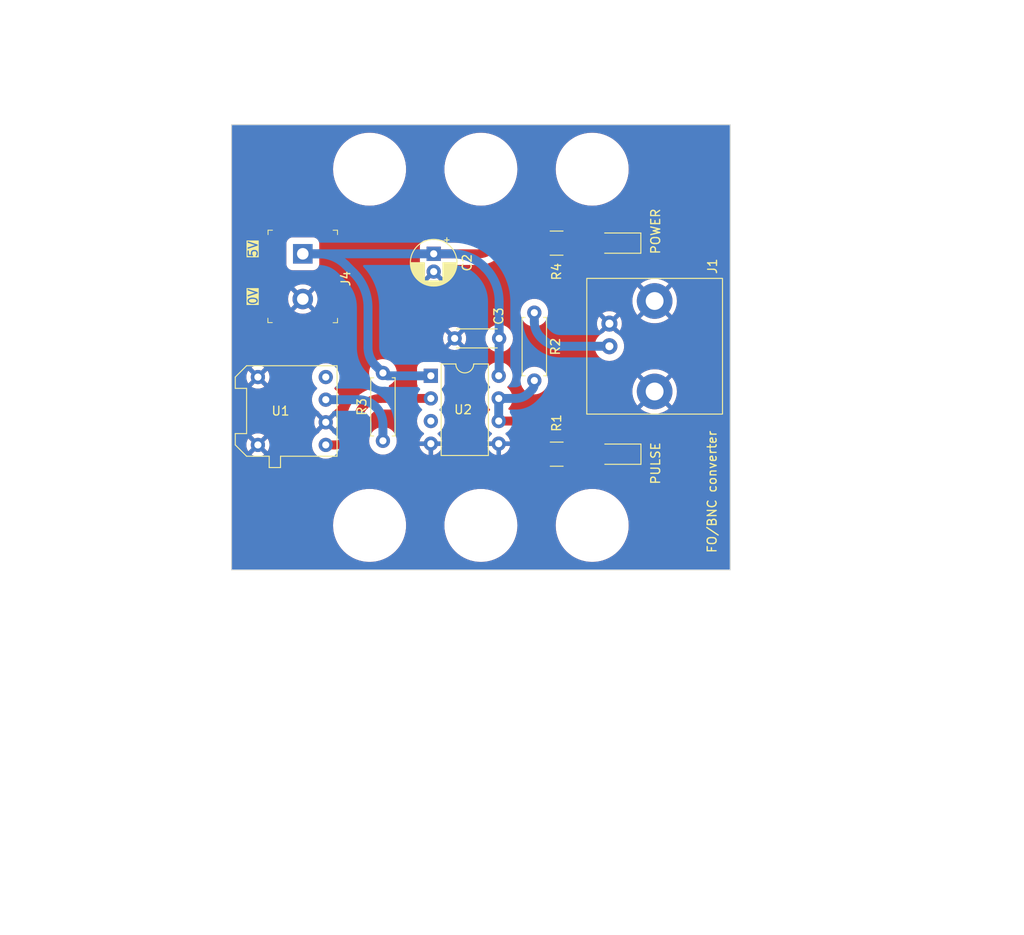
<source format=kicad_pcb>
(kicad_pcb (version 20221018) (generator pcbnew)

  (general
    (thickness 1.6)
  )

  (paper "A4")
  (layers
    (0 "F.Cu" signal)
    (31 "B.Cu" signal)
    (32 "B.Adhes" user "B.Adhesive")
    (33 "F.Adhes" user "F.Adhesive")
    (34 "B.Paste" user)
    (35 "F.Paste" user)
    (36 "B.SilkS" user "B.Silkscreen")
    (37 "F.SilkS" user "F.Silkscreen")
    (38 "B.Mask" user)
    (39 "F.Mask" user)
    (40 "Dwgs.User" user "User.Drawings")
    (41 "Cmts.User" user "User.Comments")
    (42 "Eco1.User" user "User.Eco1")
    (43 "Eco2.User" user "User.Eco2")
    (44 "Edge.Cuts" user)
    (45 "Margin" user)
    (46 "B.CrtYd" user "B.Courtyard")
    (47 "F.CrtYd" user "F.Courtyard")
    (48 "B.Fab" user)
    (49 "F.Fab" user)
    (50 "User.1" user)
    (51 "User.2" user)
    (52 "User.3" user)
    (53 "User.4" user)
    (54 "User.5" user)
    (55 "User.6" user)
    (56 "User.7" user)
    (57 "User.8" user)
    (58 "User.9" user)
  )

  (setup
    (stackup
      (layer "F.SilkS" (type "Top Silk Screen"))
      (layer "F.Paste" (type "Top Solder Paste"))
      (layer "F.Mask" (type "Top Solder Mask") (thickness 0.01))
      (layer "F.Cu" (type "copper") (thickness 0.035))
      (layer "dielectric 1" (type "core") (thickness 1.51) (material "FR4") (epsilon_r 4.5) (loss_tangent 0.02))
      (layer "B.Cu" (type "copper") (thickness 0.035))
      (layer "B.Mask" (type "Bottom Solder Mask") (thickness 0.01))
      (layer "B.Paste" (type "Bottom Solder Paste"))
      (layer "B.SilkS" (type "Bottom Silk Screen"))
      (copper_finish "None")
      (dielectric_constraints no)
    )
    (pad_to_mask_clearance 0)
    (pcbplotparams
      (layerselection 0x0001000_ffffffff)
      (plot_on_all_layers_selection 0x0000000_00000000)
      (disableapertmacros false)
      (usegerberextensions true)
      (usegerberattributes true)
      (usegerberadvancedattributes true)
      (creategerberjobfile false)
      (dashed_line_dash_ratio 12.000000)
      (dashed_line_gap_ratio 3.000000)
      (svgprecision 4)
      (plotframeref false)
      (viasonmask false)
      (mode 1)
      (useauxorigin false)
      (hpglpennumber 1)
      (hpglpenspeed 20)
      (hpglpendiameter 15.000000)
      (dxfpolygonmode true)
      (dxfimperialunits true)
      (dxfusepcbnewfont true)
      (psnegative false)
      (psa4output false)
      (plotreference true)
      (plotvalue true)
      (plotinvisibletext false)
      (sketchpadsonfab false)
      (subtractmaskfromsilk false)
      (outputformat 1)
      (mirror false)
      (drillshape 0)
      (scaleselection 1)
      (outputdirectory "gerber/")
    )
  )

  (net 0 "")
  (net 1 "+5V")
  (net 2 "GND")
  (net 3 "Net-(D4-A)")
  (net 4 "Net-(J1-In)")
  (net 5 "Net-(D1-A)")
  (net 6 "Net-(R1-Pad2)")
  (net 7 "Net-(U1-VCC)")
  (net 8 "/DATA")
  (net 9 "unconnected-(U1-NC-Pad4)")
  (net 10 "unconnected-(U2-NC-Pad3)")

  (footprint "MountingHole:MountingHole_2.2mm_M2" (layer "F.Cu") (at 111.5 94))

  (footprint "MountingHole:MountingHole_2.2mm_M2" (layer "F.Cu") (at 99 94))

  (footprint "Capacitor_THT:C_Disc_D4.3mm_W1.9mm_P5.00mm" (layer "F.Cu") (at 101.05 73 180))

  (footprint "MountingHole:MountingHole_2.2mm_M2" (layer "F.Cu") (at 99 54))

  (footprint "digikey-footprints:Term_Block_1x2_P5.08MM" (layer "F.Cu") (at 79 63.5 -90))

  (footprint "Package_DIP:DIP-8_W7.62mm" (layer "F.Cu") (at 93.38 77.2))

  (footprint "MountingHole:MountingHole_2.2mm_M2" (layer "F.Cu") (at 86.5 54))

  (footprint "my library:BNC_amphenol_TH" (layer "F.Cu") (at 127.4 75.15 -90))

  (footprint "Capacitor_THT:CP_Radial_D5.0mm_P2.00mm" (layer "F.Cu") (at 93.7 63.5 -90))

  (footprint "Resistor_SMD:R_1210_3225Metric_Pad1.30x2.65mm_HandSolder" (layer "F.Cu") (at 107.5125 86 180))

  (footprint "MountingHole:MountingHole_2.2mm_M2" (layer "F.Cu") (at 86.5 94))

  (footprint "Resistor_THT:R_Axial_DIN0207_L6.3mm_D2.5mm_P7.62mm_Horizontal" (layer "F.Cu") (at 88 84.5 90))

  (footprint "Resistor_SMD:R_1210_3225Metric_Pad1.30x2.65mm_HandSolder" (layer "F.Cu") (at 107.5 62.3 180))

  (footprint "MountingHole:MountingHole_2.2mm_M2" (layer "F.Cu") (at 111.5 54))

  (footprint "my library:Versatile_Link" (layer "F.Cu") (at 76.5 87.5 180))

  (footprint "Resistor_THT:R_Axial_DIN0207_L6.3mm_D2.5mm_P7.62mm_Horizontal" (layer "F.Cu") (at 105 70.11 -90))

  (footprint "LED_SMD:LED_1206_3216Metric_Pad1.42x1.75mm_HandSolder" (layer "F.Cu") (at 114.5125 86 180))

  (footprint "LED_SMD:LED_1206_3216Metric_Pad1.42x1.75mm_HandSolder" (layer "F.Cu") (at 114.5 62.3 180))

  (gr_rect (start 71 49) (end 127 99)
    (stroke (width 0.1) (type default)) (fill none) (layer "Edge.Cuts") (tstamp 0f0f1d14-d95d-46fd-8782-3c83d3668d14))
  (gr_text "5V" (at 74 64 90) (layer "F.SilkS" knockout) (tstamp 0477b59b-9a75-416d-a753-ab16162ae3af)
    (effects (font (size 1 1) (thickness 0.15)) (justify left bottom))
  )
  (gr_text "FO/BNC converter" (at 125.54 97.18 90) (layer "F.SilkS") (tstamp 440b2599-0fd8-447a-b96e-0b38a728cc69)
    (effects (font (size 1 1) (thickness 0.15)) (justify left bottom))
  )
  (gr_text "POWER" (at 119.2 63.63 90) (layer "F.SilkS") (tstamp 48956be0-b60a-4fd7-a618-239f4e22cabd)
    (effects (font (size 1 1) (thickness 0.15)) (justify left bottom))
  )
  (gr_text "0V" (at 74 69.35 90) (layer "F.SilkS" knockout) (tstamp 78316de0-f21d-4bfa-acc0-310e9dc49e7f)
    (effects (font (size 1 1) (thickness 0.15)) (justify left bottom))
  )
  (gr_text "PULSE" (at 119.2 89.48 90) (layer "F.SilkS") (tstamp b5b49ce6-652e-4bc8-a49e-67b85f2f8a7c)
    (effects (font (size 1 1) (thickness 0.15)) (justify left bottom))
  )

  (segment (start 98.751471 63.5) (end 93.7 63.5) (width 1) (layer "F.Cu") (net 1) (tstamp 78b64c7b-5efb-4832-ace6-1bb4b165149b))
  (segment (start 101.648528 62.3) (end 105.95 62.3) (width 1) (layer "F.Cu") (net 1) (tstamp 9994ba3a-f5d6-42f1-95f9-ce590546d554))
  (arc (start 100.2 62.9) (mid 99.535409 63.344065) (end 98.751471 63.5) (width 1) (layer "F.Cu") (net 1) (tstamp 0275ef30-c1f1-4ab0-9526-3307de4d8f56))
  (arc (start 101.648528 62.3) (mid 100.86459 62.455934) (end 100.2 62.9) (width 1) (layer "F.Cu") (net 1) (tstamp 6e4ee39a-598e-4a15-a0fd-cb6a4ffc0dc3))
  (segment (start 87.84 76.72) (end 88.16 77.04) (width 1) (layer "B.Cu") (net 1) (tstamp 026e2a15-c4b2-4163-a6ed-92624dac0fa0))
  (segment (start 93.7 63.5) (end 95.8 63.5) (width 1) (layer "B.Cu") (net 1) (tstamp 0fe796db-7ef8-40d4-a9ed-926f09c422a9))
  (segment (start 101.025 77.175) (end 101 77.2) (width 1) (layer "B.Cu") (net 1) (tstamp 269b02a2-cead-4428-a6b7-75c0d672aeac))
  (segment (start 101.05 77.114644) (end 101.05 73.2) (width 1) (layer "B.Cu") (net 1) (tstamp 3b20ff15-4777-4a12-b5f1-14aa240dfa49))
  (segment (start 83.838953 64.763953) (end 84.731207 65.656207) (width 1) (layer "B.Cu") (net 1) (tstamp 3c67cf0c-d43f-4538-be93-7a63c88e1d8b))
  (segment (start 86.325 74.020596) (end 86.325 69.503963) (width 1) (layer "B.Cu") (net 1) (tstamp 501976d2-3dab-42e5-9f4b-9d5a25ad2003))
  (segment (start 88.546274 77.2) (end 93.38 77.2) (width 1) (layer "B.Cu") (net 1) (tstamp 93ead880-9929-4568-b780-390324200e09))
  (segment (start 87.84 76.72) (end 87.1625 76.0425) (width 1) (layer "B.Cu") (net 1) (tstamp a461c235-794c-43c6-a699-dd3f9b984b57))
  (segment (start 99.384924 64.984924) (end 99.475 65.075) (width 1) (layer "B.Cu") (net 1) (tstamp b68b95f7-f1dc-4123-af3e-41d43bef403e))
  (segment (start 101.05 68.877386) (end 101.05 73) (width 1) (layer "B.Cu") (net 1) (tstamp d6ce2965-f55b-43f5-a58d-bd6dd9b94b18))
  (segment (start 80.7875 63.5) (end 79 63.5) (width 1) (layer "B.Cu") (net 1) (tstamp db8cfbd8-bbdb-4b67-80f6-81b1cabc1719))
  (segment (start 93.7 63.5) (end 79 63.5) (width 1) (layer "B.Cu") (net 1) (tstamp e3a4483f-908d-4211-886a-5213af55fce8))
  (arc (start 83.838953 64.763953) (mid 82.438934 63.82849) (end 80.7875 63.5) (width 1) (layer "B.Cu") (net 1) (tstamp 0eb41166-c36c-4760-b7d5-3563b1c2585a))
  (arc (start 86.325 74.020596) (mid 86.542659 75.114842) (end 87.1625 76.0425) (width 1) (layer "B.Cu") (net 1) (tstamp 31f2c06e-e557-4097-bbac-ee0b1f5b280d))
  (arc (start 88.16 77.04) (mid 88.337224 77.158417) (end 88.546274 77.2) (width 1) (layer "B.Cu") (net 1) (tstamp 6ec5edfd-f239-416b-b81e-a91f66d85194))
  (arc (start 84.731207 65.656207) (mid 85.910786 67.421572) (end 86.325 69.503963) (width 1) (layer "B.Cu") (net 1) (tstamp 7770abb9-8ca2-49ab-a46b-1b8eb70cecc4))
  (arc (start 99.384924 64.984924) (mid 97.740146 63.885919) (end 95.8 63.5) (width 1) (layer "B.Cu") (net 1) (tstamp d2c98802-dec5-4349-a6ff-3c76be5360f7))
  (arc (start 101.05 77.114644) (mid 101.043502 77.147308) (end 101.025 77.175) (width 1) (layer "B.Cu") (net 1) (tstamp ea1a752a-c190-461e-8a98-cec49f88c974))
  (arc (start 99.475 65.075) (mid 100.64067 66.819549) (end 101.05 68.877386) (width 1) (layer "B.Cu") (net 1) (tstamp ed9753f5-3fda-4423-81e1-8fe48852b9b6))
  (segment (start 109.05 62.3) (end 113.0125 62.3) (width 1) (layer "F.Cu") (net 3) (tstamp 466d004b-87e1-4942-b748-d02fec810a22))
  (segment (start 105.865 73.015) (end 105.721248 72.871248) (width 1) (layer "B.Cu") (net 4) (tstamp 362cd2b5-223b-4e6a-910f-6c8d5a84d2ac))
  (segment (start 105 71.13) (end 105 70.11) (width 1) (layer "B.Cu") (net 4) (tstamp 5f4b02b2-d444-4710-bc49-67617a47e1dd))
  (segment (start 107.953294 73.88) (end 113.43 73.88) (width 1) (layer "B.Cu") (net 4) (tstamp ef930efe-75f2-41bd-8bd0-eb38dcf9642d))
  (arc (start 105 71.13) (mid 105.187446 72.072356) (end 105.721248 72.871248) (width 1) (layer "B.Cu") (net 4) (tstamp 07720743-5f3b-4720-8734-79ee396f000a))
  (arc (start 105.865 73.015) (mid 106.823117 73.655193) (end 107.953294 73.88) (width 1) (layer "B.Cu") (net 4) (tstamp 84a5ac06-0819-44c0-96b6-f80c254244b4))
  (segment (start 109.0625 86) (end 113.025 86) (width 1) (layer "F.Cu") (net 5) (tstamp 1fc4203e-f751-4b2c-bbd3-024ee2817c84))
  (segment (start 103.090292 82.28) (end 101 82.28) (width 1) (layer "F.Cu") (net 6) (tstamp 631594c1-2271-46f6-a97a-855c2927709f))
  (segment (start 105.9625 84.98125) (end 105.9625 86) (width 1) (layer "F.Cu") (net 6) (tstamp cad62d3d-5931-4645-8bf8-39674cd1a6c4))
  (segment (start 105.12125 83.12125) (end 105.242134 83.242134) (width 1) (layer "F.Cu") (net 6) (tstamp f453c238-dbd2-490e-83e7-dd7c75417094))
  (arc (start 105.242134 83.242134) (mid 105.775282 84.040047) (end 105.9625 84.98125) (width 1) (layer "F.Cu") (net 6) (tstamp 1d5fd49b-aca5-42a5-acd1-8f1bf1ae7d56))
  (arc (start 105.12125 83.12125) (mid 104.189438 82.498633) (end 103.090292 82.28) (width 1) (layer "F.Cu") (net 6) (tstamp c08495d8-f4f2-48c6-8813-ebb1a1cafc46))
  (segment (start 101 79.74) (end 102.883187 79.74) (width 1) (layer "B.Cu") (net 6) (tstamp 081f6394-f031-48b6-8223-b0b9ff7b0963))
  (segment (start 105 78.115) (end 105 77.73) (width 1) (layer "B.Cu") (net 6) (tstamp 605ed0f5-2961-4d2a-8d3a-1ad3f4ab338d))
  (segment (start 101 79.74) (end 101 82.28) (width 1) (layer "B.Cu") (net 6) (tstamp 759361d5-939f-4a3b-8102-86c725864cb3))
  (segment (start 104.727763 78.772236) (end 104.38 79.12) (width 1) (layer "B.Cu") (net 6) (tstamp a025bca3-2de0-4c88-b822-cd81c9e04fb3))
  (arc (start 105 78.115) (mid 104.929247 78.470693) (end 104.727763 78.772236) (width 1) (layer "B.Cu") (net 6) (tstamp 23a20207-6c4f-47c1-8dac-9f72517d1010))
  (arc (start 104.38 79.12) (mid 103.693256 79.578867) (end 102.883187 79.74) (width 1) (layer "B.Cu") (net 6) (tstamp 77130d9b-9a6f-433c-ac63-2738990e9668))
  (segment (start 88 82.645512) (end 88 84.5) (width 1) (layer "B.Cu") (net 7) (tstamp 1c414fd5-98b1-45f2-bbb0-f5715213a787))
  (segment (start 85.234487 79.88) (end 81.58 79.88) (width 1) (layer "B.Cu") (net 7) (tstamp 6ca0fc39-3f22-4cc5-8ef7-e49debaf75c2))
  (arc (start 87.19 80.69) (mid 86.292803 80.090512) (end 85.234487 79.88) (width 1) (layer "B.Cu") (net 7) (tstamp 23eaabc4-3541-4a20-a715-b7ce8d33a089))
  (arc (start 87.19 80.69) (mid 87.789487 81.587196) (end 88 82.645512) (width 1) (layer "B.Cu") (net 7) (tstamp fe84f780-df3d-4d32-91b0-b03d81a49230))
  (segment (start 87.752731 79.74) (end 93.38 79.74) (width 1) (layer "F.Cu") (net 8) (tstamp 7bd6b91d-d599-4be4-b1ac-82ff61b8ff27))
  (segment (start 82.56 84.96) (end 81.58 84.96) (width 1) (layer "F.Cu") (net 8) (tstamp 7f9cb5c4-c35a-499d-b953-65cf52b7c1b7))
  (segment (start 85.929999 80.494999) (end 85.908623 80.516376) (width 1) (layer "F.Cu") (net 8) (tstamp 88505e5d-9ab6-4bc2-912d-cfa1b785d08d))
  (segment (start 84.441376 84.058622) (end 84.232964 84.267035) (width 1) (layer "F.Cu") (net 8) (tstamp 970b4b62-4d5b-4c3a-bc78-b2786638b6b9))
  (arc (start 84.232964 84.267035) (mid 83.465401 84.779904) (end 82.56 84.96) (width 1) (layer "F.Cu") (net 8) (tstamp b5540490-b20d-4860-88b0-45ad653c3bce))
  (arc (start 87.752731 79.74) (mid 86.766275 79.936217) (end 85.929999 80.494999) (width 1) (layer "F.Cu") (net 8) (tstamp b7840f79-01f4-42e3-b4da-6a30612008e3))
  (arc (start 85.175 82.2875) (mid 84.984337 83.246024) (end 84.441376 84.058622) (width 1) (layer "F.Cu") (net 8) (tstamp dd999ec5-5995-4de1-b994-b37a4f66ce33))
  (arc (start 85.908623 80.516376) (mid 85.365662 81.328974) (end 85.175 82.2875) (width 1) (layer "F.Cu") (net 8) (tstamp ef46bf99-4b94-4c21-9030-5d0b4c7fe823))

  (zone (net 2) (net_name "GND") (layers "F&B.Cu") (tstamp b81b6765-7750-404a-bb52-b4907e9536b3) (hatch edge 0.5)
    (connect_pads (clearance 0.75))
    (min_thickness 0.25) (filled_areas_thickness no)
    (fill yes (thermal_gap 0.5) (thermal_bridge_width 0.5))
    (polygon
      (pts
        (xy 45 35)
        (xy 160 35)
        (xy 160 140)
        (xy 45 140)
      )
    )
    (filled_polygon
      (layer "F.Cu")
      (pts
        (xy 126.9375 49.017113)
        (xy 126.982887 49.0625)
        (xy 126.9995 49.1245)
        (xy 126.9995 98.8755)
        (xy 126.982887 98.9375)
        (xy 126.9375 98.982887)
        (xy 126.8755 98.9995)
        (xy 71.1245 98.9995)
        (xy 71.0625 98.982887)
        (xy 71.017113 98.9375)
        (xy 71.0005 98.8755)
        (xy 71.0005 93.999999)
        (xy 82.394554 93.999999)
        (xy 82.414324 94.402405)
        (xy 82.47344 94.800934)
        (xy 82.571335 95.191753)
        (xy 82.707059 95.571077)
        (xy 82.707062 95.571083)
        (xy 82.707063 95.571086)
        (xy 82.879321 95.935293)
        (xy 82.879322 95.935294)
        (xy 83.086445 96.280861)
        (xy 83.326451 96.604471)
        (xy 83.597011 96.902988)
        (xy 83.895528 97.173548)
        (xy 84.219138 97.413554)
        (xy 84.334327 97.482595)
        (xy 84.564707 97.620679)
        (xy 84.928914 97.792937)
        (xy 85.308252 97.928666)
        (xy 85.699067 98.02656)
        (xy 86.097596 98.085676)
        (xy 86.399343 98.1005)
        (xy 86.60065 98.1005)
        (xy 86.600657 98.1005)
        (xy 86.902404 98.085676)
        (xy 87.300933 98.02656)
        (xy 87.691748 97.928666)
        (xy 88.071086 97.792937)
        (xy 88.435293 97.620679)
        (xy 88.780863 97.413553)
        (xy 89.104467 97.173552)
        (xy 89.402988 96.902988)
        (xy 89.673552 96.604467)
        (xy 89.913553 96.280863)
        (xy 90.120679 95.935293)
        (xy 90.292937 95.571086)
        (xy 90.428666 95.191748)
        (xy 90.52656 94.800933)
        (xy 90.585676 94.402404)
        (xy 90.605445 94)
        (xy 90.605445 93.999999)
        (xy 94.894554 93.999999)
        (xy 94.914324 94.402405)
        (xy 94.97344 94.800934)
        (xy 95.071335 95.191753)
        (xy 95.207059 95.571077)
        (xy 95.207062 95.571083)
        (xy 95.207063 95.571086)
        (xy 95.379321 95.935293)
        (xy 95.379322 95.935294)
        (xy 95.586445 96.280861)
        (xy 95.826451 96.604471)
        (xy 96.097011 96.902988)
        (xy 96.395528 97.173548)
        (xy 96.719138 97.413554)
        (xy 96.834327 97.482595)
        (xy 97.064707 97.620679)
        (xy 97.428914 97.792937)
        (xy 97.808252 97.928666)
        (xy 98.199067 98.02656)
        (xy 98.597596 98.085676)
        (xy 98.899343 98.1005)
        (xy 99.10065 98.1005)
        (xy 99.100657 98.1005)
        (xy 99.402404 98.085676)
        (xy 99.800933 98.02656)
        (xy 100.191748 97.928666)
        (xy 100.571086 97.792937)
        (xy 100.935293 97.620679)
        (xy 101.280863 97.413553)
        (xy 101.604467 97.173552)
        (xy 101.902988 96.902988)
        (xy 102.173552 96.604467)
        (xy 102.413553 96.280863)
        (xy 102.620679 95.935293)
        (xy 102.792937 95.571086)
        (xy 102.928666 95.191748)
        (xy 103.02656 94.800933)
        (xy 103.085676 94.402404)
        (xy 103.105445 94)
        (xy 103.105445 93.999999)
        (xy 107.394554 93.999999)
        (xy 107.414324 94.402405)
        (xy 107.47344 94.800934)
        (xy 107.571335 95.191753)
        (xy 107.707059 95.571077)
        (xy 107.707062 95.571083)
        (xy 107.707063 95.571086)
        (xy 107.879321 95.935293)
        (xy 107.879322 95.935294)
        (xy 108.086445 96.280861)
        (xy 108.326451 96.604471)
        (xy 108.597011 96.902988)
        (xy 108.895528 97.173548)
        (xy 109.219138 97.413554)
        (xy 109.334327 97.482595)
        (xy 109.564707 97.620679)
        (xy 109.928914 97.792937)
        (xy 110.308252 97.928666)
        (xy 110.699067 98.02656)
        (xy 111.097596 98.085676)
        (xy 111.399343 98.1005)
        (xy 111.60065 98.1005)
        (xy 111.600657 98.1005)
        (xy 111.902404 98.085676)
        (xy 112.300933 98.02656)
        (xy 112.691748 97.928666)
        (xy 113.071086 97.792937)
        (xy 113.435293 97.620679)
        (xy 113.780863 97.413553)
        (xy 114.104467 97.173552)
        (xy 114.402988 96.902988)
        (xy 114.673552 96.604467)
        (xy 114.913553 96.280863)
        (xy 115.120679 95.935293)
        (xy 115.292937 95.571086)
        (xy 115.428666 95.191748)
        (xy 115.52656 94.800933)
        (xy 115.585676 94.402404)
        (xy 115.605445 94)
        (xy 115.585676 93.597596)
        (xy 115.52656 93.199067)
        (xy 115.428666 92.808252)
        (xy 115.292937 92.428914)
        (xy 115.120679 92.064707)
        (xy 114.913553 91.719137)
        (xy 114.673552 91.395533)
        (xy 114.67355 91.395531)
        (xy 114.673548 91.395528)
        (xy 114.402988 91.097011)
        (xy 114.104471 90.826451)
        (xy 113.780861 90.586445)
        (xy 113.550483 90.448363)
        (xy 113.435293 90.379321)
        (xy 113.071086 90.207063)
        (xy 113.071083 90.207062)
        (xy 113.071077 90.207059)
        (xy 112.691753 90.071335)
        (xy 112.300934 89.97344)
        (xy 111.902405 89.914324)
        (xy 111.864685 89.91247)
        (xy 111.600657 89.8995)
        (xy 111.399343 89.8995)
        (xy 111.16465 89.911029)
        (xy 111.097594 89.914324)
        (xy 110.699065 89.97344)
        (xy 110.308246 90.071335)
        (xy 109.928922 90.207059)
        (xy 109.564705 90.379322)
        (xy 109.219138 90.586445)
        (xy 108.895528 90.826451)
        (xy 108.597011 91.097011)
        (xy 108.326451 91.395528)
        (xy 108.086445 91.719138)
        (xy 107.879322 92.064705)
        (xy 107.707059 92.428922)
        (xy 107.571335 92.808246)
        (xy 107.47344 93.199065)
        (xy 107.414324 93.597594)
        (xy 107.394554 93.999999)
        (xy 103.105445 93.999999)
        (xy 103.085676 93.597596)
        (xy 103.02656 93.199067)
        (xy 102.928666 92.808252)
        (xy 102.792937 92.428914)
        (xy 102.620679 92.064707)
        (xy 102.413553 91.719137)
        (xy 102.173552 91.395533)
        (xy 102.17355 91.395531)
        (xy 102.173548 91.395528)
        (xy 101.902988 91.097011)
        (xy 101.604471 90.826451)
        (xy 101.280861 90.586445)
        (xy 101.050483 90.448363)
        (xy 100.935293 90.379321)
        (xy 100.571086 90.207063)
        (xy 100.571083 90.207062)
        (xy 100.571077 90.207059)
        (xy 100.191753 90.071335)
        (xy 99.800934 89.97344)
        (xy 99.402405 89.914324)
        (xy 99.364685 89.91247)
        (xy 99.100657 89.8995)
        (xy 98.899343 89.8995)
        (xy 98.66465 89.911029)
        (xy 98.597594 89.914324)
        (xy 98.199065 89.97344)
        (xy 97.808246 90.071335)
        (xy 97.428922 90.207059)
        (xy 97.064705 90.379322)
        (xy 96.719138 90.586445)
        (xy 96.395528 90.826451)
        (xy 96.097011 91.097011)
        (xy 95.826451 91.395528)
        (xy 95.586445 91.719138)
        (xy 95.379322 92.064705)
        (xy 95.207059 92.428922)
        (xy 95.071335 92.808246)
        (xy 94.97344 93.199065)
        (xy 94.914324 93.597594)
        (xy 94.894554 93.999999)
        (xy 90.605445 93.999999)
        (xy 90.585676 93.597596)
        (xy 90.52656 93.199067)
        (xy 90.428666 92.808252)
        (xy 90.292937 92.428914)
        (xy 90.120679 92.064707)
        (xy 89.913553 91.719137)
        (xy 89.673552 91.395533)
        (xy 89.67355 91.395531)
        (xy 89.673548 91.395528)
        (xy 89.402988 91.097011)
        (xy 89.104471 90.826451)
        (xy 88.780861 90.586445)
        (xy 88.550483 90.448363)
        (xy 88.435293 90.379321)
        (xy 88.071086 90.207063)
        (xy 88.071083 90.207062)
        (xy 88.071077 90.207059)
        (xy 87.691753 90.071335)
        (xy 87.300934 89.97344)
        (xy 86.902405 89.914324)
        (xy 86.864685 89.91247)
        (xy 86.600657 89.8995)
        (xy 86.399343 89.8995)
        (xy 86.16465 89.911029)
        (xy 86.097594 89.914324)
        (xy 85.699065 89.97344)
        (xy 85.308246 90.071335)
        (xy 84.928922 90.207059)
        (xy 84.564705 90.379322)
        (xy 84.219138 90.586445)
        (xy 83.895528 90.826451)
        (xy 83.597011 91.097011)
        (xy 83.326451 91.395528)
        (xy 83.086445 91.719138)
        (xy 82.879322 92.064705)
        (xy 82.707059 92.428922)
        (xy 82.571335 92.808246)
        (xy 82.47344 93.199065)
        (xy 82.414324 93.597594)
        (xy 82.394554 93.999999)
        (xy 71.0005 93.999999)
        (xy 71.0005 86.039026)
        (xy 73.234526 86.039026)
        (xy 73.307515 86.090133)
        (xy 73.513673 86.186266)
        (xy 73.733397 86.245141)
        (xy 73.96 86.264966)
        (xy 74.186602 86.245141)
        (xy 74.406326 86.186266)
        (xy 74.61248 86.090134)
        (xy 74.685472 86.039025)
        (xy 73.960001 85.313553)
        (xy 73.96 85.313553)
        (xy 73.234526 86.039025)
        (xy 73.234526 86.039026)
        (xy 71.0005 86.039026)
        (xy 71.0005 84.96)
        (xy 72.655033 84.96)
        (xy 72.674858 85.186602)
        (xy 72.733733 85.406326)
        (xy 72.829866 85.612484)
        (xy 72.880972 85.685471)
        (xy 72.880974 85.685472)
        (xy 73.606446 84.960001)
        (xy 74.313553 84.960001)
        (xy 75.039025 85.685472)
        (xy 75.090134 85.61248)
        (xy 75.186266 85.406326)
        (xy 75.245141 85.186602)
        (xy 75.264966 84.96)
        (xy 80.024706 84.96)
        (xy 80.043854 85.203303)
        (xy 80.100828 85.440615)
        (xy 80.194221 85.666088)
        (xy 80.28833 85.819658)
        (xy 80.321741 85.874179)
        (xy 80.480241 86.059759)
        (xy 80.665821 86.218259)
        (xy 80.74204 86.264966)
        (xy 80.873911 86.345778)
        (xy 81.099384 86.439171)
        (xy 81.099387 86.439171)
        (xy 81.099388 86.439172)
        (xy 81.336698 86.496146)
        (xy 81.58 86.515294)
        (xy 81.823302 86.496146)
        (xy 82.060612 86.439172)
        (xy 82.060613 86.439171)
        (xy 82.060615 86.439171)
        (xy 82.286088 86.345778)
        (xy 82.477011 86.22878)
        (xy 82.541801 86.210507)
        (xy 82.737664 86.210507)
        (xy 82.737665 86.210507)
        (xy 83.091283 86.175678)
        (xy 83.324665 86.129254)
        (xy 83.439785 86.106356)
        (xy 83.593395 86.059758)
        (xy 83.779813 86.003208)
        (xy 84.108094 85.867228)
        (xy 84.421465 85.699725)
        (xy 84.716909 85.502313)
        (xy 84.991581 85.276892)
        (xy 85.026822 85.241649)
        (xy 85.026828 85.241645)
        (xy 85.037618 85.230854)
        (xy 85.037621 85.230853)
        (xy 85.302919 84.965553)
        (xy 85.325602 84.942871)
        (xy 85.325601 84.94287)
        (xy 85.361914 84.90656)
        (xy 85.361919 84.906552)
        (xy 85.365323 84.903149)
        (xy 85.365332 84.903137)
        (xy 85.369551 84.898919)
        (xy 85.369695 84.89876)
        (xy 85.44153 84.826929)
        (xy 85.441531 84.826928)
        (xy 85.652314 84.575731)
        (xy 85.705343 84.5)
        (xy 86.444706 84.5)
        (xy 86.448795 84.551951)
        (xy 86.463854 84.743303)
        (xy 86.520828 84.980615)
        (xy 86.614221 85.206088)
        (xy 86.687105 85.325022)
        (xy 86.741741 85.414179)
        (xy 86.900241 85.599759)
        (xy 87.085821 85.758259)
        (xy 87.164887 85.806711)
        (xy 87.293911 85.885778)
        (xy 87.519384 85.979171)
        (xy 87.519387 85.979171)
        (xy 87.519388 85.979172)
        (xy 87.756698 86.036146)
        (xy 88 86.055294)
        (xy 88.243302 86.036146)
        (xy 88.480612 85.979172)
        (xy 88.480613 85.979171)
        (xy 88.480615 85.979171)
        (xy 88.706088 85.885778)
        (xy 88.756045 85.855163)
        (xy 88.914179 85.758259)
        (xy 89.099759 85.599759)
        (xy 89.258259 85.414179)
        (xy 89.370602 85.230853)
        (xy 89.385778 85.206088)
        (xy 89.442147 85.07)
        (xy 92.101128 85.07)
        (xy 92.153733 85.266326)
        (xy 92.249865 85.47248)
        (xy 92.380341 85.658819)
        (xy 92.54118 85.819658)
        (xy 92.727519 85.950134)
        (xy 92.933673 86.046266)
        (xy 93.129999 86.098871)
        (xy 93.13 86.098872)
        (xy 93.13 85.07)
        (xy 93.63 85.07)
        (xy 93.63 86.098871)
        (xy 93.826326 86.046266)
        (xy 94.03248 85.950134)
        (xy 94.218819 85.819658)
        (xy 94.379658 85.658819)
        (xy 94.510134 85.47248)
        (xy 94.606266 85.266326)
        (xy 94.658872 85.07)
        (xy 99.721128 85.07)
        (xy 99.773733 85.266326)
        (xy 99.869865 85.47248)
        (xy 100.000341 85.658819)
        (xy 100.16118 85.819658)
        (xy 100.347519 85.950134)
        (xy 100.553673 86.046266)
        (xy 100.749999 86.098871)
        (xy 100.75 86.098872)
        (xy 100.75 85.07)
        (xy 101.25 85.07)
        (xy 101.25 86.098871)
        (xy 101.446326 86.046266)
        (xy 101.65248 85.950134)
        (xy 101.838819 85.819658)
        (xy 101.999658 85.658819)
        (xy 102.130134 85.47248)
        (xy 102.226266 85.266326)
        (xy 102.278872 85.07)
        (xy 101.25 85.07)
        (xy 100.75 85.07)
        (xy 99.721128 85.07)
        (xy 94.658872 85.07)
        (xy 93.63 85.07)
        (xy 93.13 85.07)
        (xy 92.101128 85.07)
        (xy 89.442147 85.07)
        (xy 89.479171 84.980615)
        (xy 89.48412 84.960001)
        (xy 89.536146 84.743302)
        (xy 89.555294 84.5)
        (xy 89.536146 84.256698)
        (xy 89.479172 84.019388)
        (xy 89.479171 84.019387)
        (xy 89.479171 84.019384)
        (xy 89.385778 83.793911)
        (xy 89.298404 83.651331)
        (xy 89.258259 83.585821)
        (xy 89.099759 83.400241)
        (xy 88.914179 83.241741)
        (xy 88.885068 83.223902)
        (xy 88.706088 83.114221)
        (xy 88.480615 83.020828)
        (xy 88.243303 82.963854)
        (xy 88 82.944706)
        (xy 87.756696 82.963854)
        (xy 87.519384 83.020828)
        (xy 87.293911 83.114221)
        (xy 87.085822 83.24174)
        (xy 86.900241 83.400241)
        (xy 86.74174 83.585822)
        (xy 86.614221 83.793911)
        (xy 86.520828 84.019384)
        (xy 86.463854 84.256696)
        (xy 86.450681 84.424079)
        (xy 86.444706 84.5)
        (xy 85.705343 84.5)
        (xy 85.820952 84.334897)
        (xy 85.840401 84.307122)
        (xy 85.86237 84.26907)
        (xy 86.004363 84.023137)
        (xy 86.142949 83.725945)
        (xy 86.255105 83.417804)
        (xy 86.339977 83.101062)
        (xy 86.39692 82.778127)
        (xy 86.419214 82.523303)
        (xy 86.4255 82.45146)
        (xy 86.4255 82.292375)
        (xy 86.425882 82.282646)
        (xy 86.426616 82.273324)
        (xy 86.440176 82.101022)
        (xy 86.44322 82.081807)
        (xy 86.454051 82.036696)
        (xy 86.48461 81.909407)
        (xy 86.490622 81.890907)
        (xy 86.495834 81.878325)
        (xy 86.558471 81.727107)
        (xy 86.567298 81.709782)
        (xy 86.659946 81.558599)
        (xy 86.671372 81.542873)
        (xy 86.789821 81.40419)
        (xy 86.796412 81.39706)
        (xy 86.811387 81.382084)
        (xy 86.817278 81.376565)
        (xy 86.938658 81.270121)
        (xy 86.951508 81.26026)
        (xy 87.08237 81.172822)
        (xy 87.09638 81.164733)
        (xy 87.237536 81.095124)
        (xy 87.252498 81.088926)
        (xy 87.401518 81.038342)
        (xy 87.417175 81.034147)
        (xy 87.571517 81.003448)
        (xy 87.58758 81.001334)
        (xy 87.748862 80.990764)
        (xy 87.756956 80.9905)
        (xy 87.856335 80.990502)
        (xy 87.856341 80.9905)
        (xy 87.866583 80.990501)
        (xy 87.866608 80.9905)
        (xy 92.173319 80.9905)
        (xy 92.240172 81.010065)
        (xy 92.285929 81.062586)
        (xy 92.29615 81.13149)
        (xy 92.267609 81.19503)
        (xy 92.148261 81.33477)
        (xy 92.12174 81.365822)
        (xy 91.994221 81.573911)
        (xy 91.900828 81.799384)
        (xy 91.843854 82.036696)
        (xy 91.824706 82.28)
        (xy 91.843854 82.523303)
        (xy 91.900828 82.760615)
        (xy 91.994221 82.986088)
        (xy 92.091893 83.145472)
        (xy 92.121741 83.194179)
        (xy 92.280241 83.379759)
        (xy 92.465821 83.538259)
        (xy 92.543331 83.585757)
        (xy 92.559584 83.595717)
        (xy 92.602045 83.639209)
        (xy 92.618736 83.697656)
        (xy 92.605646 83.757013)
        (xy 92.56592 83.803017)
        (xy 92.541183 83.820338)
        (xy 92.380341 83.98118)
        (xy 92.249865 84.167519)
        (xy 92.153733 84.373673)
        (xy 92.101128 84.569999)
        (xy 92.101128 84.57)
        (xy 94.658872 84.57)
        (xy 94.658871 84.569999)
        (xy 94.606266 84.373673)
        (xy 94.510134 84.167519)
        (xy 94.379658 83.98118)
        (xy 94.218815 83.820337)
        (xy 94.194081 83.803018)
        (xy 94.154354 83.757014)
        (xy 94.141263 83.697656)
        (xy 94.157954 83.639209)
        (xy 94.200413 83.595718)
        (xy 94.294179 83.538259)
        (xy 94.479759 83.379759)
        (xy 94.638259 83.194179)
        (xy 94.765777 82.986089)
        (xy 94.765778 82.986088)
        (xy 94.859171 82.760615)
        (xy 94.868779 82.720597)
        (xy 94.916146 82.523302)
        (xy 94.935294 82.28)
        (xy 99.444706 82.28)
        (xy 99.463854 82.523303)
        (xy 99.520828 82.760615)
        (xy 99.614221 82.986088)
        (xy 99.711893 83.145472)
        (xy 99.741741 83.194179)
        (xy 99.900241 83.379759)
        (xy 100.085821 83.538259)
        (xy 100.163331 83.585757)
        (xy 100.179584 83.595717)
        (xy 100.222045 83.639209)
        (xy 100.238736 83.697656)
        (xy 100.225646 83.757013)
        (xy 100.18592 83.803017)
        (xy 100.161183 83.820338)
        (xy 100.000341 83.98118)
        (xy 99.869865 84.167519)
        (xy 99.773733 84.373673)
        (xy 99.721128 84.569999)
        (xy 99.721128 84.57)
        (xy 102.278872 84.57)
        (xy 102.278871 84.569999)
        (xy 102.226266 84.373673)
        (xy 102.130134 84.167519)
        (xy 101.999658 83.98118)
        (xy 101.838815 83.820337)
        (xy 101.814081 83.803018)
        (xy 101.774354 83.757014)
        (xy 101.761263 83.697656)
        (xy 101.777954 83.639209)
        (xy 101.820415 83.595717)
        (xy 101.855491 83.574223)
        (xy 101.897025 83.548772)
        (xy 101.961813 83.5305)
        (xy 102.98667 83.5305)
        (xy 102.986676 83.530501)
        (xy 103.086229 83.5305)
        (xy 103.094338 83.530765)
        (xy 103.293878 83.543842)
        (xy 103.309935 83.545957)
        (xy 103.495319 83.582832)
        (xy 103.502051 83.584171)
        (xy 103.517717 83.588369)
        (xy 103.616091 83.621762)
        (xy 103.703201 83.651332)
        (xy 103.718178 83.657535)
        (xy 103.823553 83.7095)
        (xy 103.893863 83.744173)
        (xy 103.907909 83.752283)
        (xy 104.070766 83.8611)
        (xy 104.083635 83.870974)
        (xy 104.233933 84.002782)
        (xy 104.239855 84.008329)
        (xy 104.277372 84.045846)
        (xy 104.277385 84.045861)
        (xy 104.354448 84.122922)
        (xy 104.361057 84.130071)
        (xy 104.474777 84.263216)
        (xy 104.486215 84.278958)
        (xy 104.575147 84.424079)
        (xy 104.58398 84.441415)
        (xy 104.612514 84.510299)
        (xy 104.621753 84.550688)
        (xy 104.61717 84.591865)
        (xy 104.573839 84.743302)
        (xy 104.572614 84.747582)
        (xy 104.56556 84.826929)
        (xy 104.562 84.866966)
        (xy 104.562 87.133033)
        (xy 104.566034 87.178406)
        (xy 104.572443 87.2505)
        (xy 104.572614 87.252417)
        (xy 104.628591 87.44805)
        (xy 104.722801 87.628406)
        (xy 104.722802 87.628407)
        (xy 104.851391 87.786109)
        (xy 105.009093 87.914698)
        (xy 105.189451 88.008909)
        (xy 105.385082 88.064886)
        (xy 105.504463 88.0755)
        (xy 106.420536 88.075499)
        (xy 106.539918 88.064886)
        (xy 106.735549 88.008909)
        (xy 106.915907 87.914698)
        (xy 107.073609 87.786109)
        (xy 107.202198 87.628407)
        (xy 107.296409 87.448049)
        (xy 107.352386 87.252418)
        (xy 107.363 87.133037)
        (xy 107.363 87.133033)
        (xy 107.662 87.133033)
        (xy 107.666034 87.178406)
        (xy 107.672443 87.2505)
        (xy 107.672614 87.252417)
        (xy 107.728591 87.44805)
        (xy 107.822801 87.628406)
        (xy 107.822802 87.628407)
        (xy 107.951391 87.786109)
        (xy 108.109093 87.914698)
        (xy 108.289451 88.008909)
        (xy 108.485082 88.064886)
        (xy 108.604463 88.0755)
        (xy 109.520536 88.075499)
        (xy 109.639918 88.064886)
        (xy 109.835549 88.008909)
        (xy 110.015907 87.914698)
        (xy 110.173609 87.786109)
        (xy 110.302198 87.628407)
        (xy 110.396409 87.448049)
        (xy 110.427214 87.340387)
        (xy 110.452344 87.29373)
        (xy 110.494659 87.261825)
        (xy 110.54643 87.2505)
        (xy 111.722698 87.2505)
        (xy 111.775892 87.262489)
        (xy 111.818798 87.296137)
        (xy 111.851391 87.336109)
        (xy 112.009093 87.464698)
        (xy 112.189451 87.558909)
        (xy 112.385083 87.614886)
        (xy 112.504464 87.6255)
        (xy 113.545532 87.6255)
        (xy 113.545536 87.6255)
        (xy 113.664917 87.614886)
        (xy 113.860549 87.558909)
        (xy 114.040907 87.464698)
        (xy 114.198609 87.336109)
        (xy 114.327198 87.178407)
        (xy 114.421409 86.998049)
        (xy 114.477386 86.802417)
        (xy 114.488 86.683036)
        (xy 114.488 86.25)
        (xy 114.7875 86.25)
        (xy 114.7875 86.674978)
        (xy 114.797993 86.777695)
        (xy 114.853142 86.944121)
        (xy 114.945183 87.093344)
        (xy 115.069155 87.217316)
        (xy 115.218378 87.309357)
        (xy 115.384804 87.364506)
        (xy 115.487522 87.375)
        (xy 115.75 87.375)
        (xy 115.75 86.25)
        (xy 116.25 86.25)
        (xy 116.25 87.375)
        (xy 116.512478 87.375)
        (xy 116.615195 87.364506)
        (xy 116.781621 87.309357)
        (xy 116.930844 87.217316)
        (xy 117.054816 87.093344)
        (xy 117.146857 86.944121)
        (xy 117.202006 86.777695)
        (xy 117.2125 86.674978)
        (xy 117.2125 86.25)
        (xy 116.25 86.25)
        (xy 115.75 86.25)
        (xy 114.7875 86.25)
        (xy 114.488 86.25)
        (xy 114.488 85.75)
        (xy 114.7875 85.75)
        (xy 115.75 85.75)
        (xy 115.75 84.625)
        (xy 116.25 84.625)
        (xy 116.25 85.75)
        (xy 117.2125 85.75)
        (xy 117.2125 85.325022)
        (xy 117.202006 85.222304)
        (xy 117.146857 85.055878)
        (xy 117.054816 84.906655)
        (xy 116.930844 84.782683)
        (xy 116.781621 84.690642)
        (xy 116.615195 84.635493)
        (xy 116.512478 84.625)
        (xy 116.25 84.625)
        (xy 115.75 84.625)
        (xy 115.487522 84.625)
        (xy 115.384804 84.635493)
        (xy 115.218378 84.690642)
        (xy 115.069155 84.782683)
        (xy 114.945183 84.906655)
        (xy 114.853142 85.055878)
        (xy 114.797993 85.222304)
        (xy 114.7875 85.325022)
        (xy 114.7875 85.75)
        (xy 114.488 85.75)
        (xy 114.488 85.316964)
        (xy 114.477386 85.197583)
        (xy 114.421409 85.001951)
        (xy 114.327198 84.821593)
        (xy 114.198609 84.663891)
        (xy 114.059784 84.550694)
        (xy 114.040906 84.535301)
        (xy 113.860549 84.441091)
        (xy 113.664917 84.385114)
        (xy 113.545536 84.3745)
        (xy 112.504464 84.3745)
        (xy 112.408959 84.382991)
        (xy 112.385082 84.385114)
        (xy 112.18945 84.441091)
        (xy 112.009093 84.535301)
        (xy 111.85139 84.663892)
        (xy 111.818799 84.703862)
        (xy 111.775892 84.737511)
        (xy 111.722698 84.7495)
        (xy 110.54643 84.7495)
        (xy 110.494659 84.738175)
        (xy 110.452344 84.70627)
        (xy 110.427214 84.659611)
        (xy 110.420313 84.635493)
        (xy 110.396409 84.551951)
        (xy 110.302198 84.371593)
        (xy 110.173609 84.213891)
        (xy 110.015907 84.085302)
        (xy 110.015906 84.085301)
        (xy 109.83555 83.991091)
        (xy 109.737733 83.963102)
        (xy 109.639918 83.935114)
        (xy 109.520537 83.9245)
        (xy 109.520533 83.9245)
        (xy 108.604466 83.9245)
        (xy 108.485082 83.935114)
        (xy 108.289449 83.991091)
        (xy 108.109093 84.085301)
        (xy 107.951391 84.213891)
        (xy 107.822801 84.371593)
        (xy 107.728591 84.551949)
        (xy 107.681451 84.716698)
        (xy 107.672614 84.747582)
        (xy 107.66556 84.826929)
        (xy 107.662 84.866966)
        (xy 107.662 87.133033)
        (xy 107.363 87.133033)
        (xy 107.362999 84.866964)
        (xy 107.352386 84.747582)
        (xy 107.296409 84.551951)
        (xy 107.269272 84.499999)
        (xy 107.202197 84.37159)
        (xy 107.172277 84.334897)
        (xy 107.146262 84.27807)
        (xy 107.142002 84.253911)
        (xy 107.128523 84.177475)
        (xy 107.04467 83.864553)
        (xy 106.93813 83.571849)
        (xy 106.933863 83.560127)
        (xy 106.796947 83.266522)
        (xy 106.701413 83.101057)
        (xy 106.634963 82.985966)
        (xy 106.449143 82.720594)
        (xy 106.240901 82.472426)
        (xy 106.126363 82.357889)
        (xy 106.104804 82.33633)
        (xy 106.041808 82.273334)
        (xy 106.041801 82.273324)
        (xy 106.005488 82.237011)
        (xy 106.005489 82.237011)
        (xy 105.878209 82.10973)
        (xy 105.60243 81.878325)
        (xy 105.602424 81.878321)
        (xy 105.602422 81.878319)
        (xy 105.307533 81.671836)
        (xy 105.137922 81.573911)
        (xy 104.995761 81.491834)
        (xy 104.957383 81.473938)
        (xy 104.669494 81.339694)
        (xy 104.669491 81.339693)
        (xy 104.669487 81.339691)
        (xy 104.557029 81.298759)
        (xy 104.331191 81.216561)
        (xy 103.983455 81.123387)
        (xy 103.628924 81.060875)
        (xy 103.270292 81.029499)
        (xy 103.27029 81.029499)
        (xy 103.090289 81.0295)
        (xy 102.206681 81.0295)
        (xy 102.139828 81.009935)
        (xy 102.094071 80.957414)
        (xy 102.085344 80.898579)
        (xy 116.924971 80.898579)
        (xy 116.924972 80.898581)
        (xy 117.167783 81.074993)
        (xy 117.443448 81.22654)
        (xy 117.735928 81.342341)
        (xy 118.04062 81.420573)
        (xy 118.352711 81.46)
        (xy 118.667289 81.46)
        (xy 118.979379 81.420573)
        (xy 119.284071 81.342341)
        (xy 119.576551 81.22654)
        (xy 119.852212 81.074995)
        (xy 120.095026 80.898579)
        (xy 120.095027 80.898579)
        (xy 118.51 79.313553)
        (xy 116.924971 80.898579)
        (xy 102.085344 80.898579)
        (xy 102.08385 80.88851)
        (xy 102.11239 80.824969)
        (xy 102.258259 80.654179)
        (xy 102.385777 80.446089)
        (xy 102.385778 80.446088)
        (xy 102.479171 80.220615)
        (xy 102.479172 80.220612)
        (xy 102.536146 79.983302)
        (xy 102.555294 79.74)
        (xy 102.536146 79.496698)
        (xy 102.479172 79.259388)
        (xy 102.479171 79.259387)
        (xy 102.479171 79.259384)
        (xy 102.385778 79.033911)
        (xy 102.260672 78.829759)
        (xy 102.258259 78.825821)
        (xy 102.099759 78.640241)
        (xy 102.025347 78.576687)
        (xy 102.010831 78.564289)
        (xy 101.978753 78.521912)
        (xy 101.967363 78.469998)
        (xy 101.978754 78.418085)
        (xy 102.010828 78.375712)
        (xy 102.099759 78.299759)
        (xy 102.258259 78.114179)
        (xy 102.385777 77.906089)
        (xy 102.385778 77.906088)
        (xy 102.458716 77.729999)
        (xy 103.444706 77.729999)
        (xy 103.463854 77.973303)
        (xy 103.520828 78.210615)
        (xy 103.614221 78.436088)
        (xy 103.700382 78.576688)
        (xy 103.741741 78.644179)
        (xy 103.900241 78.829759)
        (xy 104.085821 78.988259)
        (xy 104.160318 79.033911)
        (xy 104.293911 79.115778)
        (xy 104.519384 79.209171)
        (xy 104.519387 79.209171)
        (xy 104.519388 79.209172)
        (xy 104.756698 79.266146)
        (xy 105 79.285294)
        (xy 105.243302 79.266146)
        (xy 105.480612 79.209172)
        (xy 105.480613 79.209171)
        (xy 105.480615 79.209171)
        (xy 105.706088 79.115778)
        (xy 105.756045 79.085163)
        (xy 105.914179 78.988259)
        (xy 105.947266 78.96)
        (xy 116.005056 78.96)
        (xy 116.024808 79.273948)
        (xy 116.083754 79.582957)
        (xy 116.180961 79.882126)
        (xy 116.314904 80.166769)
        (xy 116.483456 80.432364)
        (xy 116.574287 80.542159)
        (xy 118.156447 78.960001)
        (xy 118.863553 78.960001)
        (xy 120.445712 80.54216)
        (xy 120.445713 80.54216)
        (xy 120.536536 80.432374)
        (xy 120.705097 80.166765)
        (xy 120.839038 79.882126)
        (xy 120.936245 79.582957)
        (xy 120.995191 79.273948)
        (xy 121.014943 78.96)
        (xy 120.995191 78.646051)
        (xy 120.936245 78.337042)
        (xy 120.839038 78.037873)
        (xy 120.705097 77.753234)
        (xy 120.536537 77.487627)
        (xy 120.445712 77.377838)
        (xy 118.863553 78.96)
        (xy 118.863553 78.960001)
        (xy 118.156447 78.960001)
        (xy 118.156447 78.96)
        (xy 116.574286 77.377838)
        (xy 116.574285 77.377838)
        (xy 116.483459 77.48763)
        (xy 116.314904 77.75323)
        (xy 116.180961 78.037873)
        (xy 116.083754 78.337042)
        (xy 116.024808 78.646051)
        (xy 116.005056 78.96)
        (xy 105.947266 78.96)
        (xy 106.099759 78.829759)
        (xy 106.258259 78.644179)
        (xy 106.364996 78.47)
        (xy 106.385778 78.436088)
        (xy 106.479171 78.210615)
        (xy 106.493052 78.152797)
        (xy 106.536146 77.973302)
        (xy 106.555294 77.73)
        (xy 106.536146 77.486698)
        (xy 106.479172 77.249388)
        (xy 106.479171 77.249387)
        (xy 106.479171 77.249384)
        (xy 106.385778 77.023911)
        (xy 106.384251 77.021419)
        (xy 116.924971 77.021419)
        (xy 118.51 78.606447)
        (xy 118.510001 78.606447)
        (xy 120.095027 77.021419)
        (xy 120.095026 77.021417)
        (xy 119.852216 76.845006)
        (xy 119.576551 76.693459)
        (xy 119.284071 76.577658)
        (xy 118.979379 76.499426)
        (xy 118.667289 76.46)
        (xy 118.352711 76.46)
        (xy 118.04062 76.499426)
        (xy 117.735928 76.577658)
        (xy 117.443448 76.693459)
        (xy 117.167783 76.845006)
        (xy 116.924972 77.021418)
        (xy 116.924971 77.021419)
        (xy 106.384251 77.021419)
        (xy 106.284957 76.859388)
        (xy 106.258259 76.815821)
        (xy 106.099759 76.630241)
        (xy 105.914179 76.471741)
        (xy 105.885068 76.453902)
        (xy 105.706088 76.344221)
        (xy 105.480615 76.250828)
        (xy 105.243303 76.193854)
        (xy 105 76.174706)
        (xy 104.756696 76.193854)
        (xy 104.519384 76.250828)
        (xy 104.293911 76.344221)
        (xy 104.085822 76.47174)
        (xy 103.900241 76.630241)
        (xy 103.74174 76.815822)
        (xy 103.614221 77.023911)
        (xy 103.520828 77.249384)
        (xy 103.463854 77.486696)
        (xy 103.444706 77.729999)
        (xy 102.458716 77.729999)
        (xy 102.479171 77.680615)
        (xy 102.501865 77.586089)
        (xy 102.536146 77.443302)
        (xy 102.555294 77.2)
        (xy 102.536146 76.956698)
        (xy 102.479172 76.719388)
        (xy 102.479171 76.719387)
        (xy 102.479171 76.719384)
        (xy 102.385778 76.493911)
        (xy 102.297583 76.349992)
        (xy 102.258259 76.285821)
        (xy 102.099759 76.100241)
        (xy 101.914179 75.941741)
        (xy 101.885068 75.923902)
        (xy 101.706088 75.814221)
        (xy 101.480615 75.720828)
        (xy 101.243303 75.663854)
        (xy 101 75.644706)
        (xy 100.756696 75.663854)
        (xy 100.519384 75.720828)
        (xy 100.293911 75.814221)
        (xy 100.085822 75.94174)
        (xy 99.900241 76.100241)
        (xy 99.74174 76.285822)
        (xy 99.614221 76.493911)
        (xy 99.520828 76.719384)
        (xy 99.463854 76.956696)
        (xy 99.444706 77.2)
        (xy 99.463854 77.443303)
        (xy 99.520828 77.680615)
        (xy 99.614221 77.906088)
        (xy 99.711893 78.065472)
        (xy 99.741741 78.114179)
        (xy 99.900241 78.299759)
        (xy 99.943894 78.337042)
        (xy 99.989168 78.37571)
        (xy 100.021246 78.418086)
        (xy 100.032636 78.47)
        (xy 100.021246 78.521914)
        (xy 99.989168 78.56429)
        (xy 99.900241 78.640241)
        (xy 99.74174 78.825822)
        (xy 99.614221 79.033911)
        (xy 99.520828 79.259384)
        (xy 99.463854 79.496696)
        (xy 99.444706 79.74)
        (xy 99.463854 79.983303)
        (xy 99.520828 80.220615)
        (xy 99.614221 80.446088)
        (xy 99.700015 80.586089)
        (xy 99.741741 80.654179)
        (xy 99.900241 80.839759)
        (xy 99.957321 80.88851)
        (xy 99.989168 80.91571)
        (xy 100.021246 80.958086)
        (xy 100.032636 81.01)
        (xy 100.021246 81.061914)
        (xy 99.989168 81.10429)
        (xy 99.900241 81.180241)
        (xy 99.74174 81.365822)
        (xy 99.614221 81.573911)
        (xy 99.520828 81.799384)
        (xy 99.463854 82.036696)
        (xy 99.444706 82.28)
        (xy 94.935294 82.28)
        (xy 94.916146 82.036698)
        (xy 94.859172 81.799388)
        (xy 94.859171 81.799387)
        (xy 94.859171 81.799384)
        (xy 94.765778 81.573911)
        (xy 94.659587 81.400625)
        (xy 94.638259 81.365821)
        (xy 94.479759 81.180241)
        (xy 94.390829 81.104288)
        (xy 94.358753 81.061914)
        (xy 94.347363 81.01)
        (xy 94.358753 80.958086)
        (xy 94.390829 80.915711)
        (xy 94.479759 80.839759)
        (xy 94.638259 80.654179)
        (xy 94.765777 80.446089)
        (xy 94.765778 80.446088)
        (xy 94.859171 80.220615)
        (xy 94.859172 80.220612)
        (xy 94.916146 79.983302)
        (xy 94.935294 79.74)
        (xy 94.916146 79.496698)
        (xy 94.859172 79.259388)
        (xy 94.859171 79.259387)
        (xy 94.859171 79.259384)
        (xy 94.765778 79.033911)
        (xy 94.63826 78.825822)
        (xy 94.605459 78.787417)
        (xy 94.58043 78.74063)
        (xy 94.577249 78.687663)
        (xy 94.5965 78.638217)
        (xy 94.634652 78.601349)
        (xy 94.648656 78.592712)
        (xy 94.772712 78.468656)
        (xy 94.864814 78.319334)
        (xy 94.919999 78.152797)
        (xy 94.9305 78.050009)
        (xy 94.930499 76.349992)
        (xy 94.929909 76.344221)
        (xy 94.919999 76.247203)
        (xy 94.875771 76.113733)
        (xy 94.864814 76.080666)
        (xy 94.793978 75.965822)
        (xy 94.772711 75.931342)
        (xy 94.648657 75.807288)
        (xy 94.499334 75.715186)
        (xy 94.332797 75.66)
        (xy 94.230009 75.6495)
        (xy 92.529991 75.6495)
        (xy 92.427203 75.66)
        (xy 92.260665 75.715186)
        (xy 92.111342 75.807288)
        (xy 91.987288 75.931342)
        (xy 91.895186 76.080665)
        (xy 91.84 76.247202)
        (xy 91.8295 76.34999)
        (xy 91.8295 78.050008)
        (xy 91.84 78.152796)
        (xy 91.859159 78.210612)
        (xy 91.895186 78.319334)
        (xy 91.895187 78.319336)
        (xy 91.89756 78.326496)
        (xy 91.902411 78.384363)
        (xy 91.880384 78.438093)
        (xy 91.83631 78.475903)
        (xy 91.779854 78.4895)
        (xy 88.780678 78.4895)
        (xy 88.719241 78.47321)
        (xy 88.673946 78.428621)
        (xy 88.656693 78.367448)
        (xy 88.672016 78.305763)
        (xy 88.715888 78.259773)
        (xy 88.796994 78.210069)
        (xy 88.914179 78.138259)
        (xy 89.099759 77.979759)
        (xy 89.258259 77.794179)
        (xy 89.385777 77.586089)
        (xy 89.385778 77.586088)
        (xy 89.479171 77.360615)
        (xy 89.48412 77.340001)
        (xy 89.536146 77.123302)
        (xy 89.555294 76.88)
        (xy 89.536146 76.636698)
        (xy 89.479172 76.399388)
        (xy 89.479171 76.399387)
        (xy 89.479171 76.399384)
        (xy 89.385778 76.173911)
        (xy 89.300672 76.035033)
        (xy 89.258259 75.965821)
        (xy 89.099759 75.780241)
        (xy 88.914179 75.621741)
        (xy 88.885068 75.603902)
        (xy 88.706088 75.494221)
        (xy 88.480615 75.400828)
        (xy 88.243303 75.343854)
        (xy 88 75.324706)
        (xy 87.756696 75.343854)
        (xy 87.519384 75.400828)
        (xy 87.293911 75.494221)
        (xy 87.085822 75.62174)
        (xy 86.900241 75.780241)
        (xy 86.74174 75.965822)
        (xy 86.614221 76.173911)
        (xy 86.520828 76.399384)
        (xy 86.463854 76.636696)
        (xy 86.444706 76.879999)
        (xy 86.463854 77.123303)
        (xy 86.520828 77.360615)
        (xy 86.614221 77.586088)
        (xy 86.680077 77.693553)
        (xy 86.741741 77.794179)
        (xy 86.900241 77.979759)
        (xy 87.085821 78.138259)
        (xy 87.20389 78.210612)
        (xy 87.293907 78.265775)
        (xy 87.293909 78.265775)
        (xy 87.293911 78.265777)
        (xy 87.322544 78.277637)
        (xy 87.374123 78.317573)
        (xy 87.398296 78.37816)
        (xy 87.388373 78.442633)
        (xy 87.347101 78.493149)
        (xy 87.285901 78.515727)
        (xy 87.25258 78.518642)
        (xy 86.923374 78.576687)
        (xy 86.600469 78.663206)
        (xy 86.286341 78.777536)
        (xy 85.983368 78.918813)
        (xy 85.693871 79.085953)
        (xy 85.42004 79.27769)
        (xy 85.16395 79.492575)
        (xy 85.132043 79.524481)
        (xy 85.132006 79.524513)
        (xy 85.097594 79.558927)
        (xy 85.045762 79.610762)
        (xy 85.04576 79.610764)
        (xy 84.965902 79.690621)
        (xy 84.965793 79.690748)
        (xy 84.908476 79.748064)
        (xy 84.697683 79.999271)
        (xy 84.509598 80.267877)
        (xy 84.345634 80.551866)
        (xy 84.207052 80.849051)
        (xy 84.094896 81.157194)
        (xy 84.010022 81.473941)
        (xy 83.953079 81.796874)
        (xy 83.9245 82.12354)
        (xy 83.9245 82.282625)
        (xy 83.924118 82.292355)
        (xy 83.909823 82.473974)
        (xy 83.906779 82.493192)
        (xy 83.86539 82.665587)
        (xy 83.859377 82.684092)
        (xy 83.791531 82.847885)
        (xy 83.782697 82.865223)
        (xy 83.690059 83.016391)
        (xy 83.678621 83.032133)
        (xy 83.560206 83.170775)
        (xy 83.553598 83.177924)
        (xy 83.477648 83.253873)
        (xy 83.477639 83.253883)
        (xy 83.421995 83.309526)
        (xy 83.421993 83.30953)
        (xy 83.421988 83.309535)
        (xy 83.352172 83.379353)
        (xy 83.345022 83.385962)
        (xy 83.223045 83.490142)
        (xy 83.207303 83.501579)
        (xy 83.074711 83.582832)
        (xy 83.057374 83.591666)
        (xy 82.913699 83.651179)
        (xy 82.895193 83.657192)
        (xy 82.74398 83.693495)
        (xy 82.724763 83.696539)
        (xy 82.590814 83.707081)
        (xy 82.564941 83.709118)
        (xy 82.555214 83.7095)
        (xy 82.541813 83.7095)
        (xy 82.477023 83.691227)
        (xy 82.363667 83.621762)
        (xy 82.317727 83.571846)
        (xy 82.304929 83.505226)
        (xy 82.305471 83.499024)
        (xy 81.580001 82.773553)
        (xy 81.58 82.773553)
        (xy 80.854526 83.499025)
        (xy 80.855069 83.50523)
        (xy 80.84227 83.571849)
        (xy 80.796331 83.621764)
        (xy 80.665822 83.70174)
        (xy 80.480241 83.860241)
        (xy 80.32174 84.045822)
        (xy 80.194221 84.253911)
        (xy 80.100828 84.479384)
        (xy 80.043854 84.716696)
        (xy 80.024706 84.96)
        (xy 75.264966 84.96)
        (xy 75.245141 84.733397)
        (xy 75.186266 84.513673)
        (xy 75.090133 84.307515)
        (xy 75.039025 84.234526)
        (xy 74.313553 84.96)
        (xy 74.313553 84.960001)
        (xy 73.606446 84.960001)
        (xy 73.606446 84.96)
        (xy 72.880973 84.234526)
        (xy 72.880973 84.234527)
        (xy 72.829865 84.307516)
        (xy 72.733733 84.513672)
        (xy 72.674858 84.733397)
        (xy 72.655033 84.96)
        (xy 71.0005 84.96)
        (xy 71.0005 83.880973)
        (xy 73.234526 83.880973)
        (xy 73.96 84.606446)
        (xy 73.960001 84.606446)
        (xy 74.685472 83.880974)
        (xy 74.685471 83.880972)
        (xy 74.612484 83.829866)
        (xy 74.406326 83.733733)
        (xy 74.186602 83.674858)
        (xy 73.959999 83.655033)
        (xy 73.733397 83.674858)
        (xy 73.513672 83.733733)
        (xy 73.307516 83.829865)
        (xy 73.234527 83.880973)
        (xy 73.234526 83.880973)
        (xy 71.0005 83.880973)
        (xy 71.0005 82.419999)
        (xy 80.275033 82.419999)
        (xy 80.294858 82.646602)
        (xy 80.353733 82.866326)
        (xy 80.449866 83.072484)
        (xy 80.500972 83.145471)
        (xy 80.500974 83.145472)
        (xy 81.226446 82.420001)
        (xy 81.226446 82.42)
        (xy 81.226445 82.419999)
        (xy 81.933553 82.419999)
        (xy 82.659025 83.145472)
        (xy 82.710134 83.07248)
        (xy 82.806266 82.866326)
        (xy 82.865141 82.646602)
        (xy 82.884966 82.419999)
        (xy 82.865141 82.193397)
        (xy 82.806266 81.973673)
        (xy 82.710133 81.767515)
        (xy 82.659025 81.694526)
        (xy 81.933553 82.419998)
        (xy 81.933553 82.419999)
        (xy 81.226445 82.419999)
        (xy 80.500973 81.694526)
        (xy 80.500973 81.694527)
        (xy 80.449865 81.767516)
        (xy 80.353733 81.973672)
        (xy 80.294858 82.193397)
        (xy 80.275033 82.419999)
        (xy 71.0005 82.419999)
        (xy 71.0005 79.88)
        (xy 80.024706 79.88)
        (xy 80.043854 80.123303)
        (xy 80.100828 80.360615)
        (xy 80.194221 80.586088)
        (xy 80.303902 80.765068)
        (xy 80.321741 80.794179)
        (xy 80.480241 80.979759)
        (xy 80.665821 81.138259)
        (xy 80.758466 81.195032)
        (xy 80.796331 81.218236)
        (xy 80.84227 81.268151)
        (xy 80.855069 81.33477)
        (xy 80.854526 81.340972)
        (xy 81.579998 82.066446)
        (xy 81.579999 82.066446)
        (xy 82.305471 81.340974)
        (xy 82.304929 81.334773)
        (xy 82.317727 81.268153)
        (xy 82.363667 81.218237)
        (xy 82.366402 81.216561)
        (xy 82.494179 81.138259)
        (xy 82.679759 80.979759)
        (xy 82.838259 80.794179)
        (xy 82.965777 80.586089)
        (xy 82.965778 80.586088)
        (xy 83.059171 80.360615)
        (xy 83.081436 80.267877)
        (xy 83.116146 80.123302)
        (xy 83.135294 79.88)
        (xy 83.116146 79.636698)
        (xy 83.059172 79.399388)
        (xy 83.059171 79.399387)
        (xy 83.059171 79.399384)
        (xy 82.965778 79.173911)
        (xy 82.852009 78.988259)
        (xy 82.838259 78.965821)
        (xy 82.679759 78.780241)
        (xy 82.621672 78.73063)
        (xy 82.590831 78.704289)
        (xy 82.558753 78.661912)
        (xy 82.547363 78.609998)
        (xy 82.558754 78.558085)
        (xy 82.590828 78.515712)
        (xy 82.679759 78.439759)
        (xy 82.838259 78.254179)
        (xy 82.963375 78.050009)
        (xy 82.965778 78.046088)
        (xy 83.059171 77.820615)
        (xy 83.065518 77.794179)
        (xy 83.116146 77.583302)
        (xy 83.135294 77.34)
        (xy 83.116146 77.096698)
        (xy 83.059172 76.859388)
        (xy 83.059171 76.859387)
        (xy 83.059171 76.859384)
        (xy 82.965778 76.633911)
        (xy 82.859204 76.46)
        (xy 82.838259 76.425821)
        (xy 82.679759 76.240241)
        (xy 82.494179 76.081741)
        (xy 82.417959 76.035033)
        (xy 82.286088 75.954221)
        (xy 82.060615 75.860828)
        (xy 81.823303 75.803854)
        (xy 81.58 75.784706)
        (xy 81.336696 75.803854)
        (xy 81.099384 75.860828)
        (xy 80.873911 75.954221)
        (xy 80.665822 76.08174)
        (xy 80.480241 76.240241)
        (xy 80.32174 76.425822)
        (xy 80.194221 76.633911)
        (xy 80.100828 76.859384)
        (xy 80.043854 77.096696)
        (xy 80.024706 77.34)
        (xy 80.043854 77.583303)
        (xy 80.100828 77.820615)
        (xy 80.194221 78.046088)
        (xy 80.295043 78.210612)
        (xy 80.321741 78.254179)
        (xy 80.480241 78.439759)
        (xy 80.529396 78.481741)
        (xy 80.569167 78.515709)
        (xy 80.601246 78.558085)
        (xy 80.612636 78.609998)
        (xy 80.601246 78.661912)
        (xy 80.569169 78.704288)
        (xy 80.480242 78.78024)
        (xy 80.32174 78.965822)
        (xy 80.194221 79.173911)
        (xy 80.100828 79.399384)
        (xy 80.043854 79.636696)
        (xy 80.024706 79.88)
        (xy 71.0005 79.88)
        (xy 71.0005 78.419026)
        (xy 73.234526 78.419026)
        (xy 73.307515 78.470133)
        (xy 73.513673 78.566266)
        (xy 73.733397 78.625141)
        (xy 73.96 78.644966)
        (xy 74.186602 78.625141)
        (xy 74.406326 78.566266)
        (xy 74.61248 78.470134)
        (xy 74.685472 78.419025)
        (xy 73.960001 77.693553)
        (xy 73.96 77.693553)
        (xy 73.234526 78.419025)
        (xy 73.234526 78.419026)
        (xy 71.0005 78.419026)
        (xy 71.0005 77.339999)
        (xy 72.655033 77.339999)
        (xy 72.674858 77.566602)
        (xy 72.733733 77.786326)
        (xy 72.829866 77.992484)
        (xy 72.880972 78.065471)
        (xy 72.880974 78.065472)
        (xy 73.606446 77.340001)
        (xy 73.606446 77.34)
        (xy 73.606445 77.339999)
        (xy 74.313553 77.339999)
        (xy 75.039025 78.065472)
        (xy 75.090134 77.99248)
        (xy 75.186266 77.786326)
        (xy 75.245141 77.566602)
        (xy 75.264966 77.34)
        (xy 75.245141 77.113397)
        (xy 75.186266 76.893673)
        (xy 75.090133 76.687515)
        (xy 75.039025 76.614526)
        (xy 74.313553 77.339998)
        (xy 74.313553 77.339999)
        (xy 73.606445 77.339999)
        (xy 72.880973 76.614526)
        (xy 72.880973 76.614527)
        (xy 72.829865 76.687516)
        (xy 72.733733 76.893672)
        (xy 72.674858 77.113397)
        (xy 72.655033 77.339999)
        (xy 71.0005 77.339999)
        (xy 71.0005 76.260973)
        (xy 73.234526 76.260973)
        (xy 73.96 76.986446)
        (xy 73.960001 76.986446)
        (xy 74.685472 76.260974)
        (xy 74.685471 76.260972)
        (xy 74.612484 76.209866)
        (xy 74.406326 76.113733)
        (xy 74.186602 76.054858)
        (xy 73.96 76.035033)
        (xy 73.733397 76.054858)
        (xy 73.513672 76.113733)
        (xy 73.307516 76.209865)
        (xy 73.234527 76.260973)
        (xy 73.234526 76.260973)
        (xy 71.0005 76.260973)
        (xy 71.0005 74.079026)
        (xy 95.324526 74.079026)
        (xy 95.397515 74.130133)
        (xy 95.603673 74.226266)
        (xy 95.823397 74.285141)
        (xy 96.05 74.304966)
        (xy 96.276602 74.285141)
        (xy 96.496326 74.226266)
        (xy 96.70248 74.130134)
        (xy 96.775472 74.079025)
        (xy 96.050001 73.353553)
        (xy 96.05 73.353553)
        (xy 95.324526 74.079025)
        (xy 95.324526 74.079026)
        (xy 71.0005 74.079026)
        (xy 71.0005 72.999999)
        (xy 94.745033 72.999999)
        (xy 94.764858 73.226602)
        (xy 94.823733 73.446326)
        (xy 94.919866 73.652484)
        (xy 94.970972 73.725471)
        (xy 94.970974 73.725472)
        (xy 95.696446 73.000001)
        (xy 96.403553 73.000001)
        (xy 97.129025 73.725472)
        (xy 97.180134 73.65248)
        (xy 97.276266 73.446326)
        (xy 97.335141 73.226602)
        (xy 97.354966 73)
        (xy 99.494706 73)
        (xy 99.513854 73.243303)
        (xy 99.570828 73.480615)
        (xy 99.664221 73.706088)
        (xy 99.770796 73.88)
        (xy 99.791741 73.914179)
        (xy 99.950241 74.099759)
        (xy 100.135821 74.258259)
        (xy 100.21204 74.304966)
        (xy 100.343911 74.385778)
        (xy 100.569384 74.479171)
        (xy 100.569387 74.479171)
        (xy 100.569388 74.479172)
        (xy 100.806698 74.536146)
        (xy 101.05 74.555294)
        (xy 101.293302 74.536146)
        (xy 101.530612 74.479172)
        (xy 101.530613 74.479171)
        (xy 101.530615 74.479171)
        (xy 101.756088 74.385778)
        (xy 101.806045 74.355163)
        (xy 101.964179 74.258259)
        (xy 102.149759 74.099759)
        (xy 102.308259 73.914179)
        (xy 102.329204 73.88)
        (xy 111.774396 73.88)
        (xy 111.794779 74.138995)
        (xy 111.855426 74.39161)
        (xy 111.891696 74.479171)
        (xy 111.954846 74.631628)
        (xy 112.090588 74.85314)
        (xy 112.09059 74.853143)
        (xy 112.157567 74.931563)
        (xy 112.259311 75.050689)
        (xy 112.45686 75.219412)
        (xy 112.678372 75.355154)
        (xy 112.858385 75.429718)
        (xy 112.918389 75.454573)
        (xy 112.998197 75.473733)
        (xy 113.171006 75.515221)
        (xy 113.43 75.535604)
        (xy 113.688994 75.515221)
        (xy 113.94161 75.454573)
        (xy 114.181628 75.355154)
        (xy 114.40314 75.219412)
        (xy 114.600689 75.050689)
        (xy 114.769412 74.85314)
        (xy 114.905154 74.631628)
        (xy 115.004573 74.39161)
        (xy 115.065221 74.138994)
        (xy 115.085604 73.88)
        (xy 115.065221 73.621006)
        (xy 115.004573 73.36839)
        (xy 114.998427 73.353553)
        (xy 114.95276 73.243303)
        (xy 114.905154 73.128372)
        (xy 114.769412 72.90686)
        (xy 114.600689 72.709311)
        (xy 114.418461 72.553673)
        (xy 114.403143 72.54059)
        (xy 114.40314 72.540588)
        (xy 114.181628 72.404846)
        (xy 114.181624 72.404844)
        (xy 114.181622 72.404843)
        (xy 114.135555 72.385761)
        (xy 114.095329 72.358882)
        (xy 113.430001 71.693553)
        (xy 113.43 71.693553)
        (xy 112.764669 72.358882)
        (xy 112.724444 72.385761)
        (xy 112.678375 72.404844)
        (xy 112.456856 72.54059)
        (xy 112.259311 72.709311)
        (xy 112.09059 72.906856)
        (xy 112.090588 72.90686)
        (xy 111.954846 73.128372)
        (xy 111.954845 73.128375)
        (xy 111.855426 73.368389)
        (xy 111.794779 73.621004)
        (xy 111.774396 73.88)
        (xy 102.329204 73.88)
        (xy 102.435777 73.706089)
        (xy 102.435778 73.706088)
        (xy 102.529171 73.480615)
        (xy 102.537403 73.446326)
        (xy 102.586146 73.243302)
        (xy 102.605294 73)
        (xy 102.586146 72.756698)
        (xy 102.529172 72.519388)
        (xy 102.529171 72.519387)
        (xy 102.529171 72.519384)
        (xy 102.435778 72.293911)
        (xy 102.34001 72.137634)
        (xy 102.308259 72.085821)
        (xy 102.149759 71.900241)
        (xy 101.964179 71.741741)
        (xy 101.885544 71.693553)
        (xy 101.756088 71.614221)
        (xy 101.530615 71.520828)
        (xy 101.293303 71.463854)
        (xy 101.05 71.444706)
        (xy 100.806696 71.463854)
        (xy 100.569384 71.520828)
        (xy 100.343911 71.614221)
        (xy 100.135822 71.74174)
        (xy 99.950241 71.900241)
        (xy 99.79174 72.085822)
        (xy 99.664221 72.293911)
        (xy 99.570828 72.519384)
        (xy 99.513854 72.756696)
        (xy 99.494706 73)
        (xy 97.354966 73)
        (xy 97.354966 72.999999)
        (xy 97.335141 72.773397)
        (xy 97.276266 72.553673)
        (xy 97.180133 72.347515)
        (xy 97.129025 72.274526)
        (xy 96.403553 73)
        (xy 96.403553 73.000001)
        (xy 95.696446 73.000001)
        (xy 95.696446 73)
        (xy 94.970973 72.274526)
        (xy 94.970973 72.274527)
        (xy 94.919865 72.347516)
        (xy 94.823733 72.553672)
        (xy 94.764858 72.773397)
        (xy 94.745033 72.999999)
        (xy 71.0005 72.999999)
        (xy 71.0005 71.920973)
        (xy 95.324526 71.920973)
        (xy 96.05 72.646446)
        (xy 96.050001 72.646446)
        (xy 96.775472 71.920974)
        (xy 96.775471 71.920972)
        (xy 96.702484 71.869866)
        (xy 96.496326 71.773733)
        (xy 96.276602 71.714858)
        (xy 96.049999 71.695033)
        (xy 95.823397 71.714858)
        (xy 95.603672 71.773733)
        (xy 95.397516 71.869865)
        (xy 95.324527 71.920973)
        (xy 95.324526 71.920973)
        (xy 71.0005 71.920973)
        (xy 71.0005 69.913198)
        (xy 78.020354 69.913198)
        (xy 78.027155 69.919006)
        (xy 78.248597 70.054705)
        (xy 78.488544 70.154096)
        (xy 78.741083 70.214724)
        (xy 79 70.235101)
        (xy 79.258916 70.214724)
        (xy 79.511455 70.154096)
        (xy 79.617913 70.109999)
        (xy 103.444706 70.109999)
        (xy 103.463854 70.353303)
        (xy 103.520828 70.590615)
        (xy 103.614221 70.816088)
        (xy 103.718619 70.986447)
        (xy 103.741741 71.024179)
        (xy 103.900241 71.209759)
        (xy 104.085821 71.368259)
        (xy 104.164887 71.416711)
        (xy 104.293911 71.495778)
        (xy 104.519384 71.589171)
        (xy 104.519387 71.589171)
        (xy 104.519388 71.589172)
        (xy 104.756698 71.646146)
        (xy 105 71.665294)
        (xy 105.243302 71.646146)
        (xy 105.480612 71.589172)
        (xy 105.480613 71.589171)
        (xy 105.480615 71.589171)
        (xy 105.706088 71.495778)
        (xy 105.789429 71.444706)
        (xy 105.914179 71.368259)
        (xy 105.947266 71.34)
        (xy 112.025201 71.34)
        (xy 112.044361 71.571217)
        (xy 112.101319 71.796139)
        (xy 112.194516 72.008609)
        (xy 112.278812 72.137633)
        (xy 113.076447 71.340001)
        (xy 113.783553 71.340001)
        (xy 114.581186 72.137634)
        (xy 114.665483 72.008607)
        (xy 114.75868 71.796138)
        (xy 114.815638 71.571217)
        (xy 114.834798 71.34)
        (xy 114.815638 71.108782)
        (xy 114.75868 70.88386)
        (xy 114.694955 70.738579)
        (xy 116.924971 70.738579)
        (xy 116.924972 70.738581)
        (xy 117.167783 70.914993)
        (xy 117.443448 71.06654)
        (xy 117.735928 71.182341)
        (xy 118.04062 71.260573)
        (xy 118.352711 71.3)
        (xy 118.667289 71.3)
        (xy 118.979379 71.260573)
        (xy 119.284071 71.182341)
        (xy 119.576551 71.06654)
        (xy 119.852212 70.914995)
        (xy 120.095026 70.738579)
        (xy 120.095027 70.738579)
        (xy 118.51 69.153553)
        (xy 116.924971 70.738579)
        (xy 114.694955 70.738579)
        (xy 114.665484 70.671392)
        (xy 114.581186 70.542364)
        (xy 113.783553 71.34)
        (xy 113.783553 71.340001)
        (xy 113.076447 71.340001)
        (xy 113.076447 71.34)
        (xy 112.278812 70.542365)
        (xy 112.194516 70.67139)
        (xy 112.101319 70.88386)
        (xy 112.044361 71.108782)
        (xy 112.025201 71.34)
        (xy 105.947266 71.34)
        (xy 106.099759 71.209759)
        (xy 106.258259 71.024179)
        (xy 106.385777 70.816089)
        (xy 106.385778 70.816088)
        (xy 106.479171 70.590615)
        (xy 106.490755 70.542365)
        (xy 106.536146 70.353302)
        (xy 106.549183 70.187647)
        (xy 112.6312 70.187647)
        (xy 113.43 70.986447)
        (xy 113.430001 70.986447)
        (xy 114.228799 70.187648)
        (xy 114.228799 70.187647)
        (xy 114.198349 70.163948)
        (xy 113.994299 70.053522)
        (xy 113.774859 69.978188)
        (xy 113.546007 69.94)
        (xy 113.313993 69.94)
        (xy 113.08514 69.978188)
        (xy 112.865703 70.053521)
        (xy 112.661645 70.163952)
        (xy 112.6312 70.187646)
        (xy 112.6312 70.187647)
        (xy 106.549183 70.187647)
        (xy 106.555294 70.11)
        (xy 106.536146 69.866698)
        (xy 106.479172 69.629388)
        (xy 106.479171 69.629387)
        (xy 106.479171 69.629384)
        (xy 106.385778 69.403911)
        (xy 106.306711 69.274887)
        (xy 106.258259 69.195821)
        (xy 106.099759 69.010241)
        (xy 105.914179 68.851741)
        (xy 105.885068 68.833902)
        (xy 105.829746 68.8)
        (xy 116.005056 68.8)
        (xy 116.024808 69.113948)
        (xy 116.083754 69.422957)
        (xy 116.180961 69.722126)
        (xy 116.314904 70.006769)
        (xy 116.483456 70.272364)
        (xy 116.574287 70.382159)
        (xy 118.156447 68.800001)
        (xy 118.863553 68.800001)
        (xy 120.445712 70.38216)
        (xy 120.445713 70.38216)
        (xy 120.536536 70.272374)
        (xy 120.705097 70.006765)
        (xy 120.839038 69.722126)
        (xy 120.936245 69.422957)
        (xy 120.995191 69.113948)
        (xy 121.014943 68.8)
        (xy 120.995191 68.486051)
        (xy 120.936245 68.177042)
        (xy 120.839038 67.877873)
        (xy 120.705097 67.593234)
        (xy 120.536537 67.327627)
        (xy 120.445712 67.217838)
        (xy 118.863553 68.8)
        (xy 118.863553 68.800001)
        (xy 118.156447 68.800001)
        (xy 118.156447 68.8)
        (xy 116.574286 67.217838)
        (xy 116.574285 67.217838)
        (xy 116.483459 67.32763)
        (xy 116.314904 67.59323)
        (xy 116.180961 67.877873)
        (xy 116.083754 68.177042)
        (xy 116.024808 68.486051)
        (xy 116.005056 68.8)
        (xy 105.829746 68.8)
        (xy 105.706088 68.724221)
        (xy 105.480615 68.630828)
        (xy 105.243303 68.573854)
        (xy 105 68.554706)
        (xy 104.756696 68.573854)
        (xy 104.519384 68.630828)
        (xy 104.293911 68.724221)
        (xy 104.085822 68.85174)
        (xy 103.900241 69.010241)
        (xy 103.74174 69.195822)
        (xy 103.614221 69.403911)
        (xy 103.520828 69.629384)
        (xy 103.463854 69.866696)
        (xy 103.444706 70.109999)
        (xy 79.617913 70.109999)
        (xy 79.751397 70.054707)
        (xy 79.972849 69.919003)
        (xy 79.979645 69.913198)
        (xy 79 68.933553)
        (xy 78.020354 69.913198)
        (xy 71.0005 69.913198)
        (xy 71.0005 68.579999)
        (xy 77.344898 68.579999)
        (xy 77.365275 68.838916)
        (xy 77.425903 69.091455)
        (xy 77.525294 69.331402)
        (xy 77.660993 69.552843)
        (xy 77.666801 69.559644)
        (xy 78.646447 68.580001)
        (xy 79.353553 68.580001)
        (xy 80.333198 69.559645)
        (xy 80.339003 69.552849)
        (xy 80.474707 69.331397)
        (xy 80.574096 69.091455)
        (xy 80.634724 68.838916)
        (xy 80.655101 68.579999)
        (xy 80.634724 68.321083)
        (xy 80.574096 68.068544)
        (xy 80.474705 67.828597)
        (xy 80.339006 67.607155)
        (xy 80.333198 67.600354)
        (xy 79.353553 68.58)
        (xy 79.353553 68.580001)
        (xy 78.646447 68.580001)
        (xy 78.646447 68.58)
        (xy 77.666801 67.600354)
        (xy 77.660992 67.607156)
        (xy 77.525294 67.828597)
        (xy 77.425903 68.068544)
        (xy 77.365275 68.321083)
        (xy 77.344898 68.579999)
        (xy 71.0005 68.579999)
        (xy 71.0005 67.246801)
        (xy 78.020354 67.246801)
        (xy 79 68.226447)
        (xy 79.000001 68.226447)
        (xy 79.979645 67.246801)
        (xy 79.972843 67.240993)
        (xy 79.751402 67.105294)
        (xy 79.511455 67.005903)
        (xy 79.258916 66.945275)
        (xy 79 66.924898)
        (xy 78.741083 66.945275)
        (xy 78.488544 67.005903)
        (xy 78.248597 67.105294)
        (xy 78.027156 67.240992)
        (xy 78.020354 67.246801)
        (xy 71.0005 67.246801)
        (xy 71.0005 66.861419)
        (xy 116.924971 66.861419)
        (xy 118.51 68.446447)
        (xy 118.510001 68.446447)
        (xy 120.095027 66.861419)
        (xy 120.095026 66.861417)
        (xy 119.852216 66.685006)
        (xy 119.576551 66.533459)
        (xy 119.284071 66.417658)
        (xy 118.979379 66.339426)
        (xy 118.667289 66.3)
        (xy 118.352711 66.3)
        (xy 118.04062 66.339426)
        (xy 117.735928 66.417658)
        (xy 117.443448 66.533459)
        (xy 117.167783 66.685006)
        (xy 116.924972 66.861418)
        (xy 116.924971 66.861419)
        (xy 71.0005 66.861419)
        (xy 71.0005 66.579026)
        (xy 92.974526 66.579026)
        (xy 93.047515 66.630133)
        (xy 93.253673 66.726266)
        (xy 93.473397 66.785141)
        (xy 93.7 66.804966)
        (xy 93.926602 66.785141)
        (xy 94.146326 66.726266)
        (xy 94.35248 66.630134)
        (xy 94.425472 66.579025)
        (xy 93.700001 65.853553)
        (xy 93.7 65.853553)
        (xy 92.974526 66.579025)
        (xy 92.974526 66.579026)
        (xy 71.0005 66.579026)
        (xy 71.0005 64.650008)
        (xy 77.1495 64.650008)
        (xy 77.16 64.752796)
        (xy 77.215186 64.919334)
        (xy 77.307288 65.068657)
        (xy 77.431342 65.192711)
        (xy 77.431344 65.192712)
        (xy 77.580666 65.284814)
        (xy 77.692016 65.321712)
        (xy 77.747202 65.339999)
        (xy 77.757702 65.341071)
        (xy 77.849991 65.3505)
        (xy 80.150008 65.350499)
        (xy 80.252797 65.339999)
        (xy 80.419334 65.284814)
        (xy 80.568656 65.192712)
        (xy 80.692712 65.068656)
        (xy 80.784814 64.919334)
        (xy 80.839999 64.752797)
        (xy 80.8505 64.650009)
        (xy 80.8505 64.350008)
        (xy 92.1495 64.350008)
        (xy 92.16 64.452796)
        (xy 92.215186 64.619334)
        (xy 92.307288 64.768657)
        (xy 92.441592 64.902961)
        (xy 92.440952 64.9036)
        (xy 92.470319 64.933541)
        (xy 92.487392 64.99057)
        (xy 92.475921 65.048983)
        (xy 92.473733 65.053673)
        (xy 92.414858 65.273397)
        (xy 92.395033 65.5)
        (xy 92.414858 65.726602)
        (xy 92.473733 65.946326)
        (xy 92.569866 66.152484)
        (xy 92.620972 66.225471)
        (xy 92.620973 66.225472)
        (xy 93.612318 65.234127)
        (xy 93.667905 65.202033)
        (xy 93.732093 65.202033)
        (xy 93.78768 65.234127)
        (xy 94.779025 66.225472)
        (xy 94.830134 66.15248)
        (xy 94.926266 65.946326)
        (xy 94.985141 65.726602)
        (xy 95.004966 65.5)
        (xy 94.985141 65.273397)
        (xy 94.926267 65.053677)
        (xy 94.924081 65.048989)
        (xy 94.912607 64.99057)
        (xy 94.929682 64.933537)
        (xy 94.959046 64.9036)
        (xy 94.958407 64.902961)
        (xy 95.074549 64.786819)
        (xy 95.114777 64.759939)
        (xy 95.16223 64.7505)
        (xy 98.813133 64.7505)
        (xy 98.813369 64.750489)
        (xy 98.913525 64.750491)
        (xy 99.236108 64.718723)
        (xy 99.554024 64.655489)
        (xy 99.864211 64.561398)
        (xy 99.864211 64.561397)
        (xy 99.864214 64.561397)
        (xy 99.939078 64.530387)
        (xy 100.163682 64.437356)
        (xy 100.449552 64.284557)
        (xy 100.449556 64.284553)
        (xy 100.449562 64.284551)
        (xy 100.627648 64.165557)
        (xy 100.719068 64.104473)
        (xy 100.969635 63.898839)
        (xy 101.080811 63.787662)
        (xy 101.087936 63.781076)
        (xy 101.172042 63.709244)
        (xy 101.187768 63.697819)
        (xy 101.277913 63.642578)
        (xy 101.295236 63.633753)
        (xy 101.3929 63.593299)
        (xy 101.411398 63.587289)
        (xy 101.514192 63.562611)
        (xy 101.533395 63.55957)
        (xy 101.643808 63.550882)
        (xy 101.653535 63.5505)
        (xy 101.75213 63.550502)
        (xy 101.752136 63.5505)
        (xy 101.762378 63.550501)
        (xy 101.762403 63.5505)
        (xy 104.46607 63.5505)
        (xy 104.517841 63.561825)
        (xy 104.560156 63.59373)
        (xy 104.585285 63.640387)
        (xy 104.595189 63.675)
        (xy 104.616091 63.748049)
        (xy 104.708783 63.9255)
        (xy 104.710302 63.928407)
        (xy 104.838891 64.086109)
        (xy 104.996593 64.214698)
        (xy 105.176951 64.308909)
        (xy 105.372582 64.364886)
        (xy 105.491963 64.3755)
        (xy 106.408036 64.375499)
        (xy 106.527418 64.364886)
        (xy 106.723049 64.308909)
        (xy 106.903407 64.214698)
        (xy 107.061109 64.086109)
        (xy 107.189698 63.928407)
        (xy 107.283909 63.748049)
        (xy 107.339886 63.552418)
        (xy 107.3505 63.433037)
        (xy 107.3505 63.433033)
        (xy 107.6495 63.433033)
        (xy 107.653534 63.478406)
        (xy 107.660114 63.552418)
        (xy 107.671812 63.5933)
        (xy 107.716091 63.74805)
        (xy 107.810301 63.928406)
        (xy 107.810302 63.928407)
        (xy 107.938891 64.086109)
        (xy 108.096593 64.214698)
        (xy 108.276951 64.308909)
        (xy 108.472582 64.364886)
        (xy 108.591963 64.3755)
        (xy 109.508036 64.375499)
        (xy 109.627418 64.364886)
        (xy 109.823049 64.308909)
        (xy 110.003407 64.214698)
        (xy 110.161109 64.086109)
        (xy 110.289698 63.928407)
        (xy 110.383909 63.748049)
        (xy 110.414714 63.640387)
        (xy 110.439844 63.59373)
        (xy 110.482159 63.561825)
        (xy 110.53393 63.5505)
        (xy 111.710198 63.5505)
        (xy 111.763392 63.562489)
        (xy 111.806298 63.596137)
        (xy 111.838891 63.636109)
        (xy 111.996593 63.764698)
        (xy 112.176951 63.858909)
        (xy 112.372583 63.914886)
        (xy 112.491964 63.9255)
        (xy 113.533032 63.9255)
        (xy 113.533036 63.9255)
        (xy 113.652417 63.914886)
        (xy 113.848049 63.858909)
        (xy 114.028407 63.764698)
        (xy 114.186109 63.636109)
        (xy 114.314698 63.478407)
        (xy 114.408909 63.298049)
        (xy 114.464886 63.102417)
        (xy 114.4755 62.983036)
        (xy 114.4755 62.55)
        (xy 114.775 62.55)
        (xy 114.775 62.974978)
        (xy 114.785493 63.077695)
        (xy 114.840642 63.244121)
        (xy 114.932683 63.393344)
        (xy 115.056655 63.517316)
        (xy 115.205878 63.609357)
        (xy 115.372304 63.664506)
        (xy 115.475022 63.675)
        (xy 115.7375 63.675)
        (xy 115.7375 62.55)
        (xy 116.2375 62.55)
        (xy 116.2375 63.675)
        (xy 116.499978 63.675)
        (xy 116.602695 63.664506)
        (xy 116.769121 63.609357)
        (xy 116.918344 63.517316)
        (xy 117.042316 63.393344)
        (xy 117.134357 63.244121)
        (xy 117.189506 63.077695)
        (xy 117.2 62.974978)
        (xy 117.2 62.55)
        (xy 116.2375 62.55)
        (xy 115.7375 62.55)
        (xy 114.775 62.55)
        (xy 114.4755 62.55)
        (xy 114.4755 62.05)
        (xy 114.775 62.05)
        (xy 115.7375 62.05)
        (xy 115.7375 60.925)
        (xy 116.2375 60.925)
        (xy 116.2375 62.05)
        (xy 117.2 62.05)
        (xy 117.2 61.625022)
        (xy 117.189506 61.522304)
        (xy 117.134357 61.355878)
        (xy 117.042316 61.206655)
        (xy 116.918344 61.082683)
        (xy 116.769121 60.990642)
        (xy 116.602695 60.935493)
        (xy 116.499978 60.925)
        (xy 116.2375 60.925)
        (xy 115.7375 60.925)
        (xy 115.475022 60.925)
        (xy 115.372304 60.935493)
        (xy 115.205878 60.990642)
        (xy 115.056655 61.082683)
        (xy 114.932683 61.206655)
        (xy 114.840642 61.355878)
        (xy 114.785493 61.522304)
        (xy 114.775 61.625022)
        (xy 114.775 62.05)
        (xy 114.4755 62.05)
        (xy 114.4755 61.616964)
        (xy 114.464886 61.497583)
        (xy 114.408909 61.301951)
        (xy 114.314698 61.121593)
        (xy 114.186109 60.963891)
        (xy 114.028407 60.835302)
        (xy 114.028406 60.835301)
        (xy 113.848049 60.741091)
        (xy 113.652417 60.685114)
        (xy 113.652416 60.685113)
        (xy 113.533036 60.6745)
        (xy 112.491964 60.6745)
        (xy 112.396459 60.682991)
        (xy 112.372582 60.685114)
        (xy 112.17695 60.741091)
        (xy 111.996593 60.835301)
        (xy 111.83889 60.963892)
        (xy 111.806299 61.003862)
        (xy 111.763392 61.037511)
        (xy 111.710198 61.0495)
        (xy 110.53393 61.0495)
        (xy 110.482159 61.038175)
        (xy 110.439844 61.00627)
        (xy 110.414714 60.959611)
        (xy 110.407813 60.935493)
        (xy 110.383909 60.851951)
        (xy 110.289698 60.671593)
        (xy 110.161109 60.513891)
        (xy 110.003407 60.385302)
        (xy 110.003406 60.385301)
        (xy 109.82305 60.291091)
        (xy 109.725233 60.263102)
        (xy 109.627418 60.235114)
        (xy 109.508037 60.2245)
        (xy 109.508033 60.2245)
        (xy 108.591966 60.2245)
        (xy 108.472582 60.235114)
        (xy 108.276949 60.291091)
        (xy 108.096593 60.385301)
        (xy 107.938891 60.513891)
        (xy 107.810301 60.671593)
        (xy 107.716091 60.851949)
        (xy 107.660114 61.047582)
        (xy 107.6495 61.166966)
        (xy 107.6495 63.433033)
        (xy 107.3505 63.433033)
        (xy 107.350499 61.166964)
        (xy 107.339886 61.047582)
        (xy 107.283909 60.851951)
        (xy 107.189698 60.671593)
        (xy 107.061109 60.513891)
        (xy 106.903407 60.385302)
        (xy 106.903406 60.385301)
        (xy 106.72305 60.291091)
        (xy 106.625233 60.263102)
        (xy 106.527418 60.235114)
        (xy 106.408037 60.2245)
        (xy 106.408033 60.2245)
        (xy 105.491966 60.2245)
        (xy 105.372582 60.235114)
        (xy 105.176949 60.291091)
        (xy 104.996593 60.385301)
        (xy 104.838891 60.513891)
        (xy 104.710301 60.671593)
        (xy 104.616091 60.85195)
        (xy 104.585286 60.959611)
        (xy 104.560156 61.00627)
        (xy 104.517841 61.038175)
        (xy 104.46607 61.0495)
        (xy 101.587422 61.0495)
        (xy 101.587178 61.049509)
        (xy 101.486474 61.049509)
        (xy 101.486473 61.049509)
        (xy 101.441385 61.053949)
        (xy 101.163894 61.081276)
        (xy 100.84597 61.144512)
        (xy 100.535784 61.238602)
        (xy 100.236321 61.362643)
        (xy 99.950441 61.515446)
        (xy 99.680942 61.695519)
        (xy 99.430357 61.901167)
        (xy 99.389033 61.942492)
        (xy 99.389033 61.942493)
        (xy 99.319211 62.012314)
        (xy 99.319212 62.012314)
        (xy 99.312062 62.018923)
        (xy 99.227962 62.09075)
        (xy 99.212221 62.102186)
        (xy 99.122101 62.157412)
        (xy 99.104763 62.166246)
        (xy 99.007097 62.2067)
        (xy 98.988591 62.212713)
        (xy 98.885815 62.237386)
        (xy 98.866596 62.24043)
        (xy 98.75619 62.249117)
        (xy 98.746462 62.249499)
        (xy 98.657179 62.249498)
        (xy 98.647868 62.249498)
        (xy 98.63762 62.249498)
        (xy 98.637596 62.2495)
        (xy 95.16223 62.2495)
        (xy 95.114777 62.240061)
        (xy 95.074551 62.213183)
        (xy 94.968656 62.107288)
        (xy 94.968655 62.107287)
        (xy 94.968654 62.107286)
        (xy 94.819334 62.015186)
        (xy 94.652797 61.96)
        (xy 94.550009 61.9495)
        (xy 92.849991 61.9495)
        (xy 92.747203 61.96)
        (xy 92.580665 62.015186)
        (xy 92.431342 62.107288)
        (xy 92.307288 62.231342)
        (xy 92.215186 62.380665)
        (xy 92.16 62.547202)
        (xy 92.1495 62.64999)
        (xy 92.1495 64.350008)
        (xy 80.8505 64.350008)
        (xy 80.850499 62.349992)
        (xy 80.839999 62.247203)
        (xy 80.784814 62.080666)
        (xy 80.703911 61.9495)
        (xy 80.692711 61.931342)
        (xy 80.568657 61.807288)
        (xy 80.419334 61.715186)
        (xy 80.252797 61.66)
        (xy 80.150009 61.6495)
        (xy 77.849991 61.6495)
        (xy 77.747203 61.66)
        (xy 77.580665 61.715186)
        (xy 77.431342 61.807288)
        (xy 77.307288 61.931342)
        (xy 77.215186 62.080665)
        (xy 77.16 62.247202)
        (xy 77.1495 62.34999)
        (xy 77.1495 64.650008)
        (xy 71.0005 64.650008)
        (xy 71.0005 53.999999)
        (xy 82.394554 53.999999)
        (xy 82.414324 54.402405)
        (xy 82.47344 54.800934)
        (xy 82.571335 55.191753)
        (xy 82.707059 55.571077)
        (xy 82.707062 55.571083)
        (xy 82.707063 55.571086)
        (xy 82.879321 55.935293)
        (xy 82.879322 55.935294)
        (xy 83.086445 56.280861)
        (xy 83.326451 56.604471)
        (xy 83.597011 56.902988)
        (xy 83.895528 57.173548)
        (xy 84.219138 57.413554)
        (xy 84.334326 57.482594)
        (xy 84.564707 57.620679)
        (xy 84.928914 57.792937)
        (xy 85.308252 57.928666)
        (xy 85.699067 58.02656)
        (xy 86.097596 58.085676)
        (xy 86.399343 58.1005)
        (xy 86.60065 58.1005)
        (xy 86.600657 58.1005)
        (xy 86.902404 58.085676)
        (xy 87.300933 58.02656)
        (xy 87.691748 57.928666)
        (xy 88.071086 57.792937)
        (xy 88.435293 57.620679)
        (xy 88.780863 57.413553)
        (xy 89.104467 57.173552)
        (xy 89.402988 56.902988)
        (xy 89.673552 56.604467)
        (xy 89.913553 56.280863)
        (xy 90.120679 55.935293)
        (xy 90.292937 55.571086)
        (xy 90.428666 55.191748)
        (xy 90.52656 54.800933)
        (xy 90.585676 54.402404)
        (xy 90.605445 54)
        (xy 90.605445 53.999999)
        (xy 94.894554 53.999999)
        (xy 94.914324 54.402405)
        (xy 94.97344 54.800934)
        (xy 95.071335 55.191753)
        (xy 95.207059 55.571077)
        (xy 95.207062 55.571083)
        (xy 95.207063 55.571086)
        (xy 95.379321 55.935293)
        (xy 95.379322 55.935294)
        (xy 95.586445 56.280861)
        (xy 95.826451 56.604471)
        (xy 96.097011 56.902988)
        (xy 96.395528 57.173548)
        (xy 96.719138 57.413554)
        (xy 96.834326 57.482594)
        (xy 97.064707 57.620679)
        (xy 97.428914 57.792937)
        (xy 97.808252 57.928666)
        (xy 98.199067 58.02656)
        (xy 98.597596 58.085676)
        (xy 98.899343 58.1005)
        (xy 99.10065 58.1005)
        (xy 99.100657 58.1005)
        (xy 99.402404 58.085676)
        (xy 99.800933 58.02656)
        (xy 100.191748 57.928666)
        (xy 100.571086 57.792937)
        (xy 100.935293 57.620679)
        (xy 101.280863 57.413553)
        (xy 101.604467 57.173552)
        (xy 101.902988 56.902988)
        (xy 102.173552 56.604467)
        (xy 102.413553 56.280863)
        (xy 102.620679 55.935293)
        (xy 102.792937 55.571086)
        (xy 102.928666 55.191748)
        (xy 103.02656 54.800933)
        (xy 103.085676 54.402404)
        (xy 103.105445 54)
        (xy 103.105445 53.999999)
        (xy 107.394554 53.999999)
        (xy 107.414324 54.402405)
        (xy 107.47344 54.800934)
        (xy 107.571335 55.191753)
        (xy 107.707059 55.571077)
        (xy 107.707062 55.571083)
        (xy 107.707063 55.571086)
        (xy 107.879321 55.935293)
        (xy 107.879322 55.935294)
        (xy 108.086445 56.280861)
        (xy 108.326451 56.604471)
        (xy 108.597011 56.902988)
        (xy 108.895528 57.173548)
        (xy 109.219138 57.413554)
        (xy 109.334326 57.482594)
        (xy 109.564707 57.620679)
        (xy 109.928914 57.792937)
        (xy 110.308252 57.928666)
        (xy 110.699067 58.02656)
        (xy 111.097596 58.085676)
        (xy 111.399343 58.1005)
        (xy 111.60065 58.1005)
        (xy 111.600657 58.1005)
        (xy 111.902404 58.085676)
        (xy 112.300933 58.02656)
        (xy 112.691748 57.928666)
        (xy 113.071086 57.792937)
        (xy 113.435293 57.620679)
        (xy 113.780863 57.413553)
        (xy 114.104467 57.173552)
        (xy 114.402988 56.902988)
        (xy 114.673552 56.604467)
        (xy 114.913553 56.280863)
        (xy 115.120679 55.935293)
        (xy 115.292937 55.571086)
        (xy 115.428666 55.191748)
        (xy 115.52656 54.800933)
        (xy 115.585676 54.402404)
        (xy 115.605445 54)
        (xy 115.585676 53.597596)
        (xy 115.52656 53.199067)
        (xy 115.428666 52.808252)
        (xy 115.292937 52.428914)
        (xy 115.120679 52.064707)
        (xy 114.913553 51.719137)
        (xy 114.673552 51.395533)
        (xy 114.67355 51.395531)
        (xy 114.673548 51.395528)
        (xy 114.402988 51.097011)
        (xy 114.104471 50.826451)
        (xy 113.780861 50.586445)
        (xy 113.550483 50.448363)
        (xy 113.435293 50.379321)
        (xy 113.071086 50.207063)
        (xy 113.071083 50.207062)
        (xy 113.071077 50.207059)
        (xy 112.691753 50.071335)
        (xy 112.300934 49.97344)
        (xy 111.902405 49.914324)
        (xy 111.864685 49.912471)
        (xy 111.600657 49.8995)
        (xy 111.399343 49.8995)
        (xy 111.16465 49.911029)
        (xy 111.097594 49.914324)
        (xy 110.699065 49.97344)
        (xy 110.308246 50.071335)
        (xy 109.928922 50.207059)
        (xy 109.564705 50.379322)
        (xy 109.219138 50.586445)
        (xy 108.895528 50.826451)
        (xy 108.597011 51.097011)
        (xy 108.326451 51.395528)
        (xy 108.086445 51.719138)
        (xy 107.879322 52.064705)
        (xy 107.707059 52.428922)
        (xy 107.571335 52.808246)
        (xy 107.47344 53.199065)
        (xy 107.414324 53.597594)
        (xy 107.394554 53.999999)
        (xy 103.105445 53.999999)
        (xy 103.085676 53.597596)
        (xy 103.02656 53.199067)
        (xy 102.928666 52.808252)
        (xy 102.792937 52.428914)
        (xy 102.620679 52.064707)
        (xy 102.413553 51.719137)
        (xy 102.173552 51.395533)
        (xy 102.17355 51.395531)
        (xy 102.173548 51.395528)
        (xy 101.902988 51.097011)
        (xy 101.604471 50.826451)
        (xy 101.280861 50.586445)
        (xy 101.050483 50.448363)
        (xy 100.935293 50.379321)
        (xy 100.571086 50.207063)
        (xy 100.571083 50.207062)
        (xy 100.571077 50.207059)
        (xy 100.191753 50.071335)
        (xy 99.800934 49.97344)
        (xy 99.402405 49.914324)
        (xy 99.364685 49.912471)
        (xy 99.100657 49.8995)
        (xy 98.899343 49.8995)
        (xy 98.66465 49.911029)
        (xy 98.597594 49.914324)
        (xy 98.199065 49.97344)
        (xy 97.808246 50.071335)
        (xy 97.428922 50.207059)
        (xy 97.064705 50.379322)
        (xy 96.719138 50.586445)
        (xy 96.395528 50.826451)
        (xy 96.097011 51.097011)
        (xy 95.826451 51.395528)
        (xy 95.586445 51.719138)
        (xy 95.379322 52.064705)
        (xy 95.207059 52.428922)
        (xy 95.071335 52.808246)
        (xy 94.97344 53.199065)
        (xy 94.914324 53.597594)
        (xy 94.894554 53.999999)
        (xy 90.605445 53.999999)
        (xy 90.585676 53.597596)
        (xy 90.52656 53.199067)
        (xy 90.428666 52.808252)
        (xy 90.292937 52.428914)
        (xy 90.120679 52.064707)
        (xy 89.913553 51.719137)
        (xy 89.673552 51.395533)
        (xy 89.67355 51.395531)
        (xy 89.673548 51.395528)
        (xy 89.402988 51.097011)
        (xy 89.104471 50.826451)
        (xy 88.780861 50.586445)
        (xy 88.550483 50.448363)
        (xy 88.435293 50.379321)
        (xy 88.071086 50.207063)
        (xy 88.071083 50.207062)
        (xy 88.071077 50.207059)
        (xy 87.691753 50.071335)
        (xy 87.300934 49.97344)
        (xy 86.902405 49.914324)
        (xy 86.864685 49.912471)
        (xy 86.600657 49.8995)
        (xy 86.399343 49.8995)
        (xy 86.16465 49.911029)
        (xy 86.097594 49.914324)
        (xy 85.699065 49.97344)
        (xy 85.308246 50.071335)
        (xy 84.928922 50.207059)
        (xy 84.564705 50.379322)
        (xy 84.219138 50.586445)
        (xy 83.895528 50.826451)
        (xy 83.597011 51.097011)
        (xy 83.326451 51.395528)
        (xy 83.086445 51.719138)
        (xy 82.879322 52.064705)
        (xy 82.707059 52.428922)
        (xy 82.571335 52.808246)
        (xy 82.47344 53.199065)
        (xy 82.414324 53.597594)
        (xy 82.394554 53.999999)
        (xy 71.0005 53.999999)
        (xy 71.0005 49.1245)
        (xy 71.017113 49.0625)
        (xy 71.0625 49.017113)
        (xy 71.1245 49.0005)
        (xy 126.8755 49.0005)
      )
    )
    (filled_polygon
      (layer "B.Cu")
      (pts
        (xy 126.9375 49.017113)
        (xy 126.982887 49.0625)
        (xy 126.9995 49.1245)
        (xy 126.9995 98.8755)
        (xy 126.982887 98.9375)
        (xy 126.9375 98.982887)
        (xy 126.8755 98.9995)
        (xy 71.1245 98.9995)
        (xy 71.0625 98.982887)
        (xy 71.017113 98.9375)
        (xy 71.0005 98.8755)
        (xy 71.0005 93.999999)
        (xy 82.394554 93.999999)
        (xy 82.414324 94.402405)
        (xy 82.47344 94.800934)
        (xy 82.571335 95.191753)
        (xy 82.707059 95.571077)
        (xy 82.707062 95.571083)
        (xy 82.707063 95.571086)
        (xy 82.879321 95.935293)
        (xy 82.879322 95.935294)
        (xy 83.086445 96.280861)
        (xy 83.326451 96.604471)
        (xy 83.597011 96.902988)
        (xy 83.895528 97.173548)
        (xy 84.219138 97.413554)
        (xy 84.334327 97.482595)
        (xy 84.564707 97.620679)
        (xy 84.928914 97.792937)
        (xy 85.308252 97.928666)
        (xy 85.699067 98.02656)
        (xy 86.097596 98.085676)
        (xy 86.399343 98.1005)
        (xy 86.60065 98.1005)
        (xy 86.600657 98.1005)
        (xy 86.902404 98.085676)
        (xy 87.300933 98.02656)
        (xy 87.691748 97.928666)
        (xy 88.071086 97.792937)
        (xy 88.435293 97.620679)
        (xy 88.780863 97.413553)
        (xy 89.104467 97.173552)
        (xy 89.402988 96.902988)
        (xy 89.673552 96.604467)
        (xy 89.913553 96.280863)
        (xy 90.120679 95.935293)
        (xy 90.292937 95.571086)
        (xy 90.428666 95.191748)
        (xy 90.52656 94.800933)
        (xy 90.585676 94.402404)
        (xy 90.605445 94)
        (xy 90.605445 93.999999)
        (xy 94.894554 93.999999)
        (xy 94.914324 94.402405)
        (xy 94.97344 94.800934)
        (xy 95.071335 95.191753)
        (xy 95.207059 95.571077)
        (xy 95.207062 95.571083)
        (xy 95.207063 95.571086)
        (xy 95.379321 95.935293)
        (xy 95.379322 95.935294)
        (xy 95.586445 96.280861)
        (xy 95.826451 96.604471)
        (xy 96.097011 96.902988)
        (xy 96.395528 97.173548)
        (xy 96.719138 97.413554)
        (xy 96.834327 97.482595)
        (xy 97.064707 97.620679)
        (xy 97.428914 97.792937)
        (xy 97.808252 97.928666)
        (xy 98.199067 98.02656)
        (xy 98.597596 98.085676)
        (xy 98.899343 98.1005)
        (xy 99.10065 98.1005)
        (xy 99.100657 98.1005)
        (xy 99.402404 98.085676)
        (xy 99.800933 98.02656)
        (xy 100.191748 97.928666)
        (xy 100.571086 97.792937)
        (xy 100.935293 97.620679)
        (xy 101.280863 97.413553)
        (xy 101.604467 97.173552)
        (xy 101.902988 96.902988)
        (xy 102.173552 96.604467)
        (xy 102.413553 96.280863)
        (xy 102.620679 95.935293)
        (xy 102.792937 95.571086)
        (xy 102.928666 95.191748)
        (xy 103.02656 94.800933)
        (xy 103.085676 94.402404)
        (xy 103.105445 94)
        (xy 103.105445 93.999999)
        (xy 107.394554 93.999999)
        (xy 107.414324 94.402405)
        (xy 107.47344 94.800934)
        (xy 107.571335 95.191753)
        (xy 107.707059 95.571077)
        (xy 107.707062 95.571083)
        (xy 107.707063 95.571086)
        (xy 107.879321 95.935293)
        (xy 107.879322 95.935294)
        (xy 108.086445 96.280861)
        (xy 108.326451 96.604471)
        (xy 108.597011 96.902988)
        (xy 108.895528 97.173548)
        (xy 109.219138 97.413554)
        (xy 109.334327 97.482595)
        (xy 109.564707 97.620679)
        (xy 109.928914 97.792937)
        (xy 110.308252 97.928666)
        (xy 110.699067 98.02656)
        (xy 111.097596 98.085676)
        (xy 111.399343 98.1005)
        (xy 111.60065 98.1005)
        (xy 111.600657 98.1005)
        (xy 111.902404 98.085676)
        (xy 112.300933 98.02656)
        (xy 112.691748 97.928666)
        (xy 113.071086 97.792937)
        (xy 113.435293 97.620679)
        (xy 113.780863 97.413553)
        (xy 114.104467 97.173552)
        (xy 114.402988 96.902988)
        (xy 114.673552 96.604467)
        (xy 114.913553 96.280863)
        (xy 115.120679 95.935293)
        (xy 115.292937 95.571086)
        (xy 115.428666 95.191748)
        (xy 115.52656 94.800933)
        (xy 115.585676 94.402404)
        (xy 115.605445 94)
        (xy 115.585676 93.597596)
        (xy 115.52656 93.199067)
        (xy 115.428666 92.808252)
        (xy 115.292937 92.428914)
        (xy 115.120679 92.064707)
        (xy 114.913553 91.719137)
        (xy 114.673552 91.395533)
        (xy 114.67355 91.395531)
        (xy 114.673548 91.395528)
        (xy 114.402988 91.097011)
        (xy 114.104471 90.826451)
        (xy 113.780861 90.586445)
        (xy 113.550483 90.448363)
        (xy 113.435293 90.379321)
        (xy 113.071086 90.207063)
        (xy 113.071083 90.207062)
        (xy 113.071077 90.207059)
        (xy 112.691753 90.071335)
        (xy 112.300934 89.97344)
        (xy 111.902405 89.914324)
        (xy 111.864685 89.91247)
        (xy 111.600657 89.8995)
        (xy 111.399343 89.8995)
        (xy 111.16465 89.911029)
        (xy 111.097594 89.914324)
        (xy 110.699065 89.97344)
        (xy 110.308246 90.071335)
        (xy 109.928922 90.207059)
        (xy 109.564705 90.379322)
        (xy 109.219138 90.586445)
        (xy 108.895528 90.826451)
        (xy 108.597011 91.097011)
        (xy 108.326451 91.395528)
        (xy 108.086445 91.719138)
        (xy 107.879322 92.064705)
        (xy 107.707059 92.428922)
        (xy 107.571335 92.808246)
        (xy 107.47344 93.199065)
        (xy 107.414324 93.597594)
        (xy 107.394554 93.999999)
        (xy 103.105445 93.999999)
        (xy 103.085676 93.597596)
        (xy 103.02656 93.199067)
        (xy 102.928666 92.808252)
        (xy 102.792937 92.428914)
        (xy 102.620679 92.064707)
        (xy 102.413553 91.719137)
        (xy 102.173552 91.395533)
        (xy 102.17355 91.395531)
        (xy 102.173548 91.395528)
        (xy 101.902988 91.097011)
        (xy 101.604471 90.826451)
        (xy 101.280861 90.586445)
        (xy 101.050483 90.448363)
        (xy 100.935293 90.379321)
        (xy 100.571086 90.207063)
        (xy 100.571083 90.207062)
        (xy 100.571077 90.207059)
        (xy 100.191753 90.071335)
        (xy 99.800934 89.97344)
        (xy 99.402405 89.914324)
        (xy 99.364685 89.91247)
        (xy 99.100657 89.8995)
        (xy 98.899343 89.8995)
        (xy 98.66465 89.911029)
        (xy 98.597594 89.914324)
        (xy 98.199065 89.97344)
        (xy 97.808246 90.071335)
        (xy 97.428922 90.207059)
        (xy 97.064705 90.379322)
        (xy 96.719138 90.586445)
        (xy 96.395528 90.826451)
        (xy 96.097011 91.097011)
        (xy 95.826451 91.395528)
        (xy 95.586445 91.719138)
        (xy 95.379322 92.064705)
        (xy 95.207059 92.428922)
        (xy 95.071335 92.808246)
        (xy 94.97344 93.199065)
        (xy 94.914324 93.597594)
        (xy 94.894554 93.999999)
        (xy 90.605445 93.999999)
        (xy 90.585676 93.597596)
        (xy 90.52656 93.199067)
        (xy 90.428666 92.808252)
        (xy 90.292937 92.428914)
        (xy 90.120679 92.064707)
        (xy 89.913553 91.719137)
        (xy 89.673552 91.395533)
        (xy 89.67355 91.395531)
        (xy 89.673548 91.395528)
        (xy 89.402988 91.097011)
        (xy 89.104471 90.826451)
        (xy 88.780861 90.586445)
        (xy 88.550483 90.448363)
        (xy 88.435293 90.379321)
        (xy 88.071086 90.207063)
        (xy 88.071083 90.207062)
        (xy 88.071077 90.207059)
        (xy 87.691753 90.071335)
        (xy 87.300934 89.97344)
        (xy 86.902405 89.914324)
        (xy 86.864685 89.91247)
        (xy 86.600657 89.8995)
        (xy 86.399343 89.8995)
        (xy 86.16465 89.911029)
        (xy 86.097594 89.914324)
        (xy 85.699065 89.97344)
        (xy 85.308246 90.071335)
        (xy 84.928922 90.207059)
        (xy 84.564705 90.379322)
        (xy 84.219138 90.586445)
        (xy 83.895528 90.826451)
        (xy 83.597011 91.097011)
        (xy 83.326451 91.395528)
        (xy 83.086445 91.719138)
        (xy 82.879322 92.064705)
        (xy 82.707059 92.428922)
        (xy 82.571335 92.808246)
        (xy 82.47344 93.199065)
        (xy 82.414324 93.597594)
        (xy 82.394554 93.999999)
        (xy 71.0005 93.999999)
        (xy 71.0005 86.039026)
        (xy 73.234526 86.039026)
        (xy 73.307515 86.090133)
        (xy 73.513673 86.186266)
        (xy 73.733397 86.245141)
        (xy 73.96 86.264966)
        (xy 74.186602 86.245141)
        (xy 74.406326 86.186266)
        (xy 74.61248 86.090134)
        (xy 74.685472 86.039025)
        (xy 73.960001 85.313553)
        (xy 73.96 85.313553)
        (xy 73.234526 86.039025)
        (xy 73.234526 86.039026)
        (xy 71.0005 86.039026)
        (xy 71.0005 84.96)
        (xy 72.655033 84.96)
        (xy 72.674858 85.186602)
        (xy 72.733733 85.406326)
        (xy 72.829866 85.612484)
        (xy 72.880972 85.685471)
        (xy 72.880974 85.685472)
        (xy 73.606446 84.960001)
        (xy 74.313553 84.960001)
        (xy 75.039025 85.685472)
        (xy 75.090134 85.61248)
        (xy 75.186266 85.406326)
        (xy 75.245141 85.186602)
        (xy 75.264966 84.96)
        (xy 80.024706 84.96)
        (xy 80.043854 85.203303)
        (xy 80.100828 85.440615)
        (xy 80.194221 85.666088)
        (xy 80.28833 85.819658)
        (xy 80.321741 85.874179)
        (xy 80.480241 86.059759)
        (xy 80.665821 86.218259)
        (xy 80.74204 86.264966)
        (xy 80.873911 86.345778)
        (xy 81.099384 86.439171)
        (xy 81.099387 86.439171)
        (xy 81.099388 86.439172)
        (xy 81.336698 86.496146)
        (xy 81.58 86.515294)
        (xy 81.823302 86.496146)
        (xy 82.060612 86.439172)
        (xy 82.060613 86.439171)
        (xy 82.060615 86.439171)
        (xy 82.286088 86.345778)
        (xy 82.336045 86.315163)
        (xy 82.494179 86.218259)
        (xy 82.679759 86.059759)
        (xy 82.838259 85.874179)
        (xy 82.965777 85.666089)
        (xy 82.965778 85.666088)
        (xy 83.059171 85.440615)
        (xy 83.065518 85.414179)
        (xy 83.116146 85.203302)
        (xy 83.135294 84.96)
        (xy 83.116146 84.716698)
        (xy 83.059172 84.479388)
        (xy 83.059171 84.479387)
        (xy 83.059171 84.479384)
        (xy 82.965778 84.253911)
        (xy 82.886711 84.124887)
        (xy 82.838259 84.045821)
        (xy 82.679759 83.860241)
        (xy 82.494179 83.701741)
        (xy 82.45031 83.674858)
        (xy 82.363667 83.621762)
        (xy 82.317727 83.571846)
        (xy 82.304929 83.505226)
        (xy 82.305471 83.499024)
        (xy 81.580001 82.773553)
        (xy 81.58 82.773553)
        (xy 80.854526 83.499025)
        (xy 80.855069 83.50523)
        (xy 80.84227 83.571849)
        (xy 80.796331 83.621764)
        (xy 80.665822 83.70174)
        (xy 80.480241 83.860241)
        (xy 80.32174 84.045822)
        (xy 80.194221 84.253911)
        (xy 80.100828 84.479384)
        (xy 80.043854 84.716696)
        (xy 80.024706 84.96)
        (xy 75.264966 84.96)
        (xy 75.245141 84.733397)
        (xy 75.186266 84.513673)
        (xy 75.090133 84.307515)
        (xy 75.039025 84.234526)
        (xy 74.313553 84.96)
        (xy 74.313553 84.960001)
        (xy 73.606446 84.960001)
        (xy 73.606446 84.96)
        (xy 72.880973 84.234526)
        (xy 72.880973 84.234527)
        (xy 72.829865 84.307516)
        (xy 72.733733 84.513672)
        (xy 72.674858 84.733397)
        (xy 72.655033 84.96)
        (xy 71.0005 84.96)
        (xy 71.0005 83.880973)
        (xy 73.234526 83.880973)
        (xy 73.96 84.606446)
        (xy 73.960001 84.606446)
        (xy 74.685472 83.880974)
        (xy 74.685471 83.880972)
        (xy 74.612484 83.829866)
        (xy 74.406326 83.733733)
        (xy 74.186602 83.674858)
        (xy 73.959999 83.655033)
        (xy 73.733397 83.674858)
        (xy 73.513672 83.733733)
        (xy 73.307516 83.829865)
        (xy 73.234527 83.880973)
        (xy 73.234526 83.880973)
        (xy 71.0005 83.880973)
        (xy 71.0005 82.419999)
        (xy 80.275033 82.419999)
        (xy 80.294858 82.646602)
        (xy 80.353733 82.866326)
        (xy 80.449866 83.072484)
        (xy 80.500972 83.145471)
        (xy 80.500974 83.145472)
        (xy 81.226446 82.420001)
        (xy 81.226446 82.42)
        (xy 81.226445 82.419999)
        (xy 81.933553 82.419999)
        (xy 82.659025 83.145472)
        (xy 82.710134 83.07248)
        (xy 82.806266 82.866326)
        (xy 82.865141 82.646602)
        (xy 82.884966 82.419999)
        (xy 82.865141 82.193397)
        (xy 82.806266 81.973673)
        (xy 82.710133 81.767515)
        (xy 82.659025 81.694526)
        (xy 81.933553 82.419998)
        (xy 81.933553 82.419999)
        (xy 81.226445 82.419999)
        (xy 80.500973 81.694526)
        (xy 80.500973 81.694527)
        (xy 80.449865 81.767516)
        (xy 80.353733 81.973672)
        (xy 80.294858 82.193397)
        (xy 80.275033 82.419999)
        (xy 71.0005 82.419999)
        (xy 71.0005 79.88)
        (xy 80.024706 79.88)
        (xy 80.043854 80.123303)
        (xy 80.100828 80.360615)
        (xy 80.194221 80.586088)
        (xy 80.303902 80.765068)
        (xy 80.321741 80.794179)
        (xy 80.480241 80.979759)
        (xy 80.665821 81.138259)
        (xy 80.734809 81.180535)
        (xy 80.796331 81.218236)
        (xy 80.84227 81.268151)
        (xy 80.855069 81.33477)
        (xy 80.854526 81.340972)
        (xy 81.579998 82.066446)
        (xy 81.579999 82.066446)
        (xy 82.305471 81.340974)
        (xy 82.304929 81.334773)
        (xy 82.317727 81.268152)
        (xy 82.363667 81.218236)
        (xy 82.425671 81.180241)
        (xy 82.477024 81.148772)
        (xy 82.541813 81.1305)
        (xy 85.130867 81.1305)
        (xy 85.130873 81.130501)
        (xy 85.230428 81.1305)
        (xy 85.238535 81.130764)
        (xy 85.424148 81.142929)
        (xy 85.440207 81.145044)
        (xy 85.618642 81.180536)
        (xy 85.634296 81.184731)
        (xy 85.806573 81.243211)
        (xy 85.821539 81.249409)
        (xy 85.984711 81.329876)
        (xy 85.998751 81.337983)
        (xy 86.150014 81.439053)
        (xy 86.162883 81.448927)
        (xy 86.299622 81.568844)
        (xy 86.311091 81.580313)
        (xy 86.431067 81.71712)
        (xy 86.440938 81.729984)
        (xy 86.466016 81.767516)
        (xy 86.542009 81.881248)
        (xy 86.550118 81.895294)
        (xy 86.630579 82.058452)
        (xy 86.636786 82.073438)
        (xy 86.69526 82.245698)
        (xy 86.699458 82.261365)
        (xy 86.734947 82.439781)
        (xy 86.737065 82.455863)
        (xy 86.749234 82.641549)
        (xy 86.749499 82.649658)
        (xy 86.749499 82.759382)
        (xy 86.7495 82.759394)
        (xy 86.7495 83.538187)
        (xy 86.731227 83.602977)
        (xy 86.614221 83.793911)
        (xy 86.520828 84.019384)
        (xy 86.463854 84.256696)
        (xy 86.444706 84.499999)
        (xy 86.463854 84.743303)
        (xy 86.520828 84.980615)
        (xy 86.614221 85.206088)
        (xy 86.680077 85.313553)
        (xy 86.741741 85.414179)
        (xy 86.900241 85.599759)
        (xy 87.085821 85.758259)
        (xy 87.164887 85.806711)
        (xy 87.293911 85.885778)
        (xy 87.519384 85.979171)
        (xy 87.519387 85.979171)
        (xy 87.519388 85.979172)
        (xy 87.756698 86.036146)
        (xy 88 86.055294)
        (xy 88.243302 86.036146)
        (xy 88.480612 85.979172)
        (xy 88.480613 85.979171)
        (xy 88.480615 85.979171)
        (xy 88.706088 85.885778)
        (xy 88.756045 85.855163)
        (xy 88.914179 85.758259)
        (xy 89.099759 85.599759)
        (xy 89.258259 85.414179)
        (xy 89.385777 85.206089)
        (xy 89.385778 85.206088)
        (xy 89.442147 85.07)
        (xy 92.101128 85.07)
        (xy 92.153733 85.266326)
        (xy 92.249865 85.47248)
        (xy 92.380341 85.658819)
        (xy 92.54118 85.819658)
        (xy 92.727519 85.950134)
        (xy 92.933673 86.046266)
        (xy 93.129999 86.098871)
        (xy 93.13 86.098872)
        (xy 93.13 85.07)
        (xy 93.63 85.07)
        (xy 93.63 86.098871)
        (xy 93.826326 86.046266)
        (xy 94.03248 85.950134)
        (xy 94.218819 85.819658)
        (xy 94.379658 85.658819)
        (xy 94.510134 85.47248)
        (xy 94.606266 85.266326)
        (xy 94.658872 85.07)
        (xy 99.721128 85.07)
        (xy 99.773733 85.266326)
        (xy 99.869865 85.47248)
        (xy 100.000341 85.658819)
        (xy 100.16118 85.819658)
        (xy 100.347519 85.950134)
        (xy 100.553673 86.046266)
        (xy 100.749999 86.098871)
        (xy 100.75 86.098872)
        (xy 100.75 85.07)
        (xy 101.25 85.07)
        (xy 101.25 86.098871)
        (xy 101.446326 86.046266)
        (xy 101.65248 85.950134)
        (xy 101.838819 85.819658)
        (xy 101.999658 85.658819)
        (xy 102.130134 85.47248)
        (xy 102.226266 85.266326)
        (xy 102.278872 85.07)
        (xy 101.25 85.07)
        (xy 100.75 85.07)
        (xy 99.721128 85.07)
        (xy 94.658872 85.07)
        (xy 93.63 85.07)
        (xy 93.13 85.07)
        (xy 92.101128 85.07)
        (xy 89.442147 85.07)
        (xy 89.479171 84.980615)
        (xy 89.48412 84.960001)
        (xy 89.536146 84.743302)
        (xy 89.555294 84.5)
        (xy 89.536146 84.256698)
        (xy 89.479172 84.019388)
        (xy 89.479171 84.019387)
        (xy 89.479171 84.019384)
        (xy 89.385778 83.793911)
        (xy 89.268773 83.602977)
        (xy 89.2505 83.538187)
        (xy 89.2505 82.58362)
        (xy 89.250494 82.583492)
        (xy 89.250495 82.470174)
        (xy 89.219932 82.120823)
        (xy 89.159037 81.775464)
        (xy 89.068274 81.436727)
        (xy 88.948333 81.10719)
        (xy 88.800127 80.78936)
        (xy 88.624784 80.485656)
        (xy 88.516563 80.3311)
        (xy 88.42364 80.198392)
        (xy 88.198221 79.929747)
        (xy 88.161738 79.893265)
        (xy 88.161734 79.893259)
        (xy 88.110561 79.842087)
        (xy 88.110544 79.842062)
        (xy 87.95025 79.681769)
        (xy 87.796744 79.552963)
        (xy 87.681613 79.456356)
        (xy 87.394347 79.25521)
        (xy 87.394345 79.255209)
        (xy 87.394341 79.255206)
        (xy 87.201798 79.144042)
        (xy 87.090643 79.079867)
        (xy 87.090639 79.079865)
        (xy 86.772816 78.931662)
        (xy 86.443275 78.81172)
        (xy 86.104533 78.720956)
        (xy 85.759177 78.660062)
        (xy 85.409826 78.629499)
        (xy 85.409825 78.629499)
        (xy 85.234481 78.6295)
        (xy 82.786681 78.6295)
        (xy 82.719828 78.609935)
        (xy 82.674071 78.557414)
        (xy 82.66385 78.48851)
        (xy 82.69239 78.424969)
        (xy 82.838259 78.254179)
        (xy 82.965777 78.046089)
        (xy 82.965778 78.046088)
        (xy 83.059171 77.820615)
        (xy 83.065518 77.794179)
        (xy 83.116146 77.583302)
        (xy 83.135294 77.34)
        (xy 83.116146 77.096698)
        (xy 83.059172 76.859388)
        (xy 83.059171 76.859387)
        (xy 83.059171 76.859384)
        (xy 82.965778 76.633911)
        (xy 82.859204 76.46)
        (xy 82.838259 76.425821)
        (xy 82.679759 76.240241)
        (xy 82.494179 76.081741)
        (xy 82.417959 76.035033)
        (xy 82.286088 75.954221)
        (xy 82.060615 75.860828)
        (xy 81.823303 75.803854)
        (xy 81.58 75.784706)
        (xy 81.336696 75.803854)
        (xy 81.099384 75.860828)
        (xy 80.873911 75.954221)
        (xy 80.665822 76.08174)
        (xy 80.480241 76.240241)
        (xy 80.32174 76.425822)
        (xy 80.194221 76.633911)
        (xy 80.100828 76.859384)
        (xy 80.043854 77.096696)
        (xy 80.024706 77.34)
        (xy 80.043854 77.583303)
        (xy 80.100828 77.820615)
        (xy 80.194221 78.046088)
        (xy 80.292887 78.207094)
        (xy 80.321741 78.254179)
        (xy 80.480241 78.439759)
        (xy 80.515806 78.470134)
        (xy 80.569167 78.515709)
        (xy 80.601246 78.558085)
        (xy 80.612636 78.609998)
        (xy 80.601246 78.661912)
        (xy 80.569169 78.704288)
        (xy 80.480242 78.78024)
        (xy 80.480241 78.780241)
        (xy 80.441312 78.825821)
        (xy 80.32174 78.965822)
        (xy 80.194221 79.173911)
        (xy 80.100828 79.399384)
        (xy 80.043854 79.636696)
        (xy 80.024706 79.88)
        (xy 71.0005 79.88)
        (xy 71.0005 78.419026)
        (xy 73.234526 78.419026)
        (xy 73.307515 78.470133)
        (xy 73.513673 78.566266)
        (xy 73.733397 78.625141)
        (xy 73.96 78.644966)
        (xy 74.186602 78.625141)
        (xy 74.406326 78.566266)
        (xy 74.61248 78.470134)
        (xy 74.685472 78.419025)
        (xy 73.960001 77.693553)
        (xy 73.96 77.693553)
        (xy 73.234526 78.419025)
        (xy 73.234526 78.419026)
        (xy 71.0005 78.419026)
        (xy 71.0005 77.339999)
        (xy 72.655033 77.339999)
        (xy 72.674858 77.566602)
        (xy 72.733733 77.786326)
        (xy 72.829866 77.992484)
        (xy 72.880972 78.065471)
        (xy 72.880974 78.065472)
        (xy 73.606446 77.340001)
        (xy 73.606446 77.34)
        (xy 73.606445 77.339999)
        (xy 74.313553 77.339999)
        (xy 75.039025 78.065472)
        (xy 75.090134 77.99248)
        (xy 75.186266 77.786326)
        (xy 75.245141 77.566602)
        (xy 75.264966 77.34)
        (xy 75.245141 77.113397)
        (xy 75.186266 76.893673)
        (xy 75.090133 76.687515)
        (xy 75.039025 76.614526)
        (xy 74.313553 77.339998)
        (xy 74.313553 77.339999)
        (xy 73.606445 77.339999)
        (xy 72.880973 76.614526)
        (xy 72.880973 76.614527)
        (xy 72.829865 76.687516)
        (xy 72.733733 76.893672)
        (xy 72.674858 77.113397)
        (xy 72.655033 77.339999)
        (xy 71.0005 77.339999)
        (xy 71.0005 76.260973)
        (xy 73.234526 76.260973)
        (xy 73.96 76.986446)
        (xy 73.960001 76.986446)
        (xy 74.685472 76.260974)
        (xy 74.685471 76.260972)
        (xy 74.612484 76.209866)
        (xy 74.406326 76.113733)
        (xy 74.186602 76.054858)
        (xy 73.96 76.035033)
        (xy 73.733397 76.054858)
        (xy 73.513672 76.113733)
        (xy 73.307516 76.209865)
        (xy 73.234527 76.260973)
        (xy 73.234526 76.260973)
        (xy 71.0005 76.260973)
        (xy 71.0005 69.913198)
        (xy 78.020354 69.913198)
        (xy 78.027155 69.919006)
        (xy 78.248597 70.054705)
        (xy 78.488544 70.154096)
        (xy 78.741083 70.214724)
        (xy 79 70.235101)
        (xy 79.258916 70.214724)
        (xy 79.511455 70.154096)
        (xy 79.751397 70.054707)
        (xy 79.972849 69.919003)
        (xy 79.979645 69.913198)
        (xy 79 68.933553)
        (xy 78.020354 69.913198)
        (xy 71.0005 69.913198)
        (xy 71.0005 68.579999)
        (xy 77.344898 68.579999)
        (xy 77.365275 68.838916)
        (xy 77.425903 69.091455)
        (xy 77.525294 69.331402)
        (xy 77.660993 69.552843)
        (xy 77.666801 69.559644)
        (xy 78.646447 68.580001)
        (xy 79.353553 68.580001)
        (xy 80.333198 69.559645)
        (xy 80.339003 69.552849)
        (xy 80.474707 69.331397)
        (xy 80.574096 69.091455)
        (xy 80.634724 68.838916)
        (xy 80.655101 68.579999)
        (xy 80.634724 68.321083)
        (xy 80.574096 68.068544)
        (xy 80.474705 67.828597)
        (xy 80.339006 67.607155)
        (xy 80.333198 67.600354)
        (xy 79.353553 68.58)
        (xy 79.353553 68.580001)
        (xy 78.646447 68.580001)
        (xy 78.646447 68.58)
        (xy 77.666801 67.600354)
        (xy 77.660992 67.607156)
        (xy 77.525294 67.828597)
        (xy 77.425903 68.068544)
        (xy 77.365275 68.321083)
        (xy 77.344898 68.579999)
        (xy 71.0005 68.579999)
        (xy 71.0005 67.246801)
        (xy 78.020354 67.246801)
        (xy 79 68.226447)
        (xy 79.000001 68.226447)
        (xy 79.979645 67.246801)
        (xy 79.972843 67.240993)
        (xy 79.751402 67.105294)
        (xy 79.511455 67.005903)
        (xy 79.258916 66.945275)
        (xy 79 66.924898)
        (xy 78.741083 66.945275)
        (xy 78.488544 67.005903)
        (xy 78.248597 67.105294)
        (xy 78.027156 67.240992)
        (xy 78.020354 67.246801)
        (xy 71.0005 67.246801)
        (xy 71.0005 64.650008)
        (xy 77.1495 64.650008)
        (xy 77.16 64.752796)
        (xy 77.215186 64.919334)
        (xy 77.307288 65.068657)
        (xy 77.431342 65.192711)
        (xy 77.431344 65.192712)
        (xy 77.580666 65.284814)
        (xy 77.692016 65.321712)
        (xy 77.747202 65.339999)
        (xy 77.757702 65.341071)
        (xy 77.849991 65.3505)
        (xy 80.150008 65.350499)
        (xy 80.252797 65.339999)
        (xy 80.419334 65.284814)
        (xy 80.568656 65.192712)
        (xy 80.692712 65.068656)
        (xy 80.784814 64.919334)
        (xy 80.810259 64.842544)
        (xy 80.837512 64.79673)
        (xy 80.881485 64.766591)
        (xy 80.934048 64.757699)
        (xy 80.973038 64.759614)
        (xy 81.081833 64.764959)
        (xy 81.093937 64.766151)
        (xy 81.30008 64.79673)
        (xy 81.379406 64.808497)
        (xy 81.39134 64.810871)
        (xy 81.517798 64.842547)
        (xy 81.671298 64.880997)
        (xy 81.682927 64.884525)
        (xy 81.95465 64.981748)
        (xy 81.965879 64.986399)
        (xy 82.226787 65.109799)
        (xy 82.237512 65.115532)
        (xy 82.478026 65.259692)
        (xy 82.485039 65.263895)
        (xy 82.495157 65.270655)
        (xy 82.726965 65.442576)
        (xy 82.736371 65.450296)
        (xy 82.952495 65.64618)
        (xy 82.956903 65.650377)
        (xy 83.845033 66.538507)
        (xy 83.848775 66.542415)
        (xy 84.090324 66.806021)
        (xy 84.097277 66.814308)
        (xy 84.313263 67.095787)
        (xy 84.319464 67.104643)
        (xy 84.510105 67.403887)
        (xy 84.5155 67.413233)
        (xy 84.545609 67.47107)
        (xy 84.67933 67.727947)
        (xy 84.683902 67.737751)
        (xy 84.819678 68.06554)
        (xy 84.823378 68.075705)
        (xy 84.930068 68.414079)
        (xy 84.932868 68.424528)
        (xy 85.009663 68.77092)
        (xy 85.011541 68.781573)
        (xy 85.057852 69.133326)
        (xy 85.058795 69.144102)
        (xy 85.074382 69.501041)
        (xy 85.0745 69.506451)
        (xy 85.0745 74.082354)
        (xy 85.074502 74.082398)
        (xy 85.074502 74.200039)
        (xy 85.105781 74.557557)
        (xy 85.168099 74.910985)
        (xy 85.260985 75.257645)
        (xy 85.38373 75.594884)
        (xy 85.535402 75.920146)
        (xy 85.71484 76.230944)
        (xy 85.777045 76.319781)
        (xy 85.875227 76.46)
        (xy 85.920695 76.524934)
        (xy 86.15138 76.799853)
        (xy 86.189995 76.838468)
        (xy 86.189998 76.838472)
        (xy 86.435658 77.084132)
        (xy 86.468551 77.142866)
        (xy 86.520828 77.360615)
        (xy 86.614221 77.586088)
        (xy 86.680077 77.693553)
        (xy 86.741741 77.794179)
        (xy 86.900241 77.979759)
        (xy 87.085821 78.138259)
        (xy 87.164887 78.186711)
        (xy 87.293911 78.265778)
        (xy 87.519384 78.359171)
        (xy 87.519387 78.359171)
        (xy 87.519388 78.359172)
        (xy 87.756698 78.416146)
        (xy 88 78.435294)
        (xy 88.18295 78.420895)
        (xy 88.20886 78.421574)
        (xy 88.329205 78.437424)
        (xy 88.428488 78.4505)
        (xy 88.433727 78.4505)
        (xy 88.546213 78.4505)
        (xy 88.546216 78.4505)
        (xy 88.649834 78.450505)
        (xy 88.649842 78.450503)
        (xy 88.660063 78.450504)
        (xy 88.660124 78.4505)
        (xy 91.91777 78.4505)
        (xy 91.965223 78.459939)
        (xy 92.005451 78.486819)
        (xy 92.111344 78.592712)
        (xy 92.125344 78.601347)
        (xy 92.1635 78.638218)
        (xy 92.18275 78.687664)
        (xy 92.17957 78.740629)
        (xy 92.154541 78.787416)
        (xy 92.121739 78.825822)
        (xy 91.994221 79.033911)
        (xy 91.900828 79.259384)
        (xy 91.843854 79.496696)
        (xy 91.824706 79.74)
        (xy 91.843854 79.983303)
        (xy 91.900828 80.220615)
        (xy 91.994221 80.446088)
        (xy 92.080015 80.586089)
        (xy 92.121741 80.654179)
        (xy 92.280241 80.839759)
        (xy 92.343191 80.893523)
        (xy 92.369168 80.91571)
        (xy 92.401246 80.958086)
        (xy 92.412636 81.01)
        (xy 92.401246 81.061914)
        (xy 92.369168 81.10429)
        (xy 92.280241 81.180241)
        (xy 92.12174 81.365822)
        (xy 91.994221 81.573911)
        (xy 91.900828 81.799384)
        (xy 91.843854 82.036696)
        (xy 91.824706 82.28)
        (xy 91.843854 82.523303)
        (xy 91.900828 82.760615)
        (xy 91.994221 82.986088)
        (xy 92.091893 83.145472)
        (xy 92.121741 83.194179)
        (xy 92.280241 83.379759)
        (xy 92.465821 83.538259)
        (xy 92.52063 83.571846)
        (xy 92.559584 83.595717)
        (xy 92.602045 83.639209)
        (xy 92.618736 83.697656)
        (xy 92.605646 83.757013)
        (xy 92.56592 83.803017)
        (xy 92.541183 83.820338)
        (xy 92.380341 83.98118)
        (xy 92.249865 84.167519)
        (xy 92.153733 84.373673)
        (xy 92.101128 84.569999)
        (xy 92.101128 84.57)
        (xy 94.658872 84.57)
        (xy 94.658871 84.569999)
        (xy 94.606266 84.373673)
        (xy 94.510134 84.167519)
        (xy 94.379658 83.98118)
        (xy 94.218815 83.820337)
        (xy 94.194081 83.803018)
        (xy 94.154354 83.757014)
        (xy 94.141263 83.697656)
        (xy 94.157954 83.639209)
        (xy 94.200413 83.595718)
        (xy 94.294179 83.538259)
        (xy 94.479759 83.379759)
        (xy 94.638259 83.194179)
        (xy 94.765777 82.986089)
        (xy 94.765778 82.986088)
        (xy 94.859171 82.760615)
        (xy 94.861928 82.749132)
        (xy 94.916146 82.523302)
        (xy 94.935294 82.28)
        (xy 94.916146 82.036698)
        (xy 94.859172 81.799388)
        (xy 94.859171 81.799387)
        (xy 94.859171 81.799384)
        (xy 94.765778 81.573911)
        (xy 94.648772 81.382977)
        (xy 94.638259 81.365821)
        (xy 94.479759 81.180241)
        (xy 94.390829 81.104288)
        (xy 94.358753 81.061914)
        (xy 94.347363 81.01)
        (xy 94.358753 80.958086)
        (xy 94.390829 80.915711)
        (xy 94.479759 80.839759)
        (xy 94.638259 80.654179)
        (xy 94.765777 80.446089)
        (xy 94.765778 80.446088)
        (xy 94.859171 80.220615)
        (xy 94.859172 80.220612)
        (xy 94.916146 79.983302)
        (xy 94.935294 79.74)
        (xy 94.916146 79.496698)
        (xy 94.859172 79.259388)
        (xy 94.859171 79.259387)
        (xy 94.859171 79.259384)
        (xy 94.765778 79.033911)
        (xy 94.63826 78.825822)
        (xy 94.605459 78.787417)
        (xy 94.58043 78.74063)
        (xy 94.577249 78.687663)
        (xy 94.5965 78.638217)
        (xy 94.634652 78.601349)
        (xy 94.648656 78.592712)
        (xy 94.772712 78.468656)
        (xy 94.864814 78.319334)
        (xy 94.919999 78.152797)
        (xy 94.9305 78.050009)
        (xy 9
... [37215 chars truncated]
</source>
